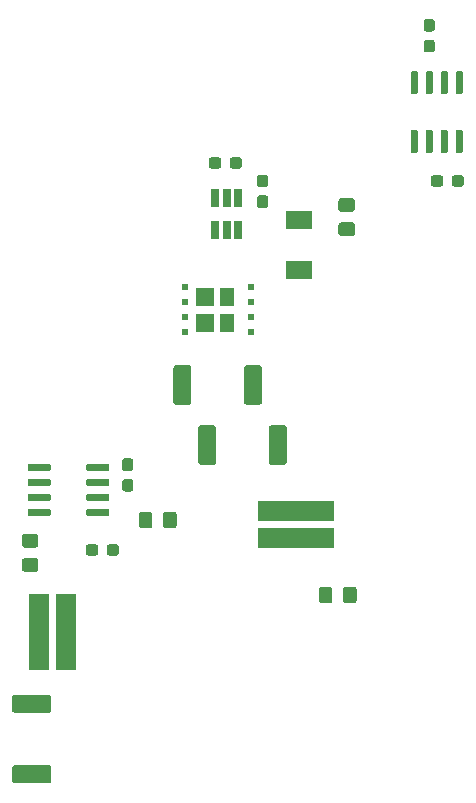
<source format=gbr>
G04 #@! TF.GenerationSoftware,KiCad,Pcbnew,5.1.5-52549c5~84~ubuntu18.04.1*
G04 #@! TF.CreationDate,2020-03-02T20:09:35-05:00*
G04 #@! TF.ProjectId,LV_Breakout,4c565f42-7265-4616-9b6f-75742e6b6963,rev?*
G04 #@! TF.SameCoordinates,Original*
G04 #@! TF.FileFunction,Paste,Top*
G04 #@! TF.FilePolarity,Positive*
%FSLAX46Y46*%
G04 Gerber Fmt 4.6, Leading zero omitted, Abs format (unit mm)*
G04 Created by KiCad (PCBNEW 5.1.5-52549c5~84~ubuntu18.04.1) date 2020-03-02 20:09:35*
%MOMM*%
%LPD*%
G04 APERTURE LIST*
%ADD10R,1.755600X6.500000*%
%ADD11R,6.500000X1.755600*%
%ADD12C,0.100000*%
%ADD13R,0.650000X1.560000*%
%ADD14R,1.235000X1.570000*%
%ADD15R,1.585000X1.570000*%
%ADD16R,0.490000X0.490000*%
%ADD17R,2.179320X1.620520*%
G04 APERTURE END LIST*
D10*
X172577801Y-79375000D03*
X170322199Y-79375000D03*
D11*
X192024000Y-71343602D03*
X192024000Y-69088000D03*
D12*
G36*
X203587779Y-27444144D02*
G01*
X203610834Y-27447563D01*
X203633443Y-27453227D01*
X203655387Y-27461079D01*
X203676457Y-27471044D01*
X203696448Y-27483026D01*
X203715168Y-27496910D01*
X203732438Y-27512562D01*
X203748090Y-27529832D01*
X203761974Y-27548552D01*
X203773956Y-27568543D01*
X203783921Y-27589613D01*
X203791773Y-27611557D01*
X203797437Y-27634166D01*
X203800856Y-27657221D01*
X203802000Y-27680500D01*
X203802000Y-28255500D01*
X203800856Y-28278779D01*
X203797437Y-28301834D01*
X203791773Y-28324443D01*
X203783921Y-28346387D01*
X203773956Y-28367457D01*
X203761974Y-28387448D01*
X203748090Y-28406168D01*
X203732438Y-28423438D01*
X203715168Y-28439090D01*
X203696448Y-28452974D01*
X203676457Y-28464956D01*
X203655387Y-28474921D01*
X203633443Y-28482773D01*
X203610834Y-28488437D01*
X203587779Y-28491856D01*
X203564500Y-28493000D01*
X203089500Y-28493000D01*
X203066221Y-28491856D01*
X203043166Y-28488437D01*
X203020557Y-28482773D01*
X202998613Y-28474921D01*
X202977543Y-28464956D01*
X202957552Y-28452974D01*
X202938832Y-28439090D01*
X202921562Y-28423438D01*
X202905910Y-28406168D01*
X202892026Y-28387448D01*
X202880044Y-28367457D01*
X202870079Y-28346387D01*
X202862227Y-28324443D01*
X202856563Y-28301834D01*
X202853144Y-28278779D01*
X202852000Y-28255500D01*
X202852000Y-27680500D01*
X202853144Y-27657221D01*
X202856563Y-27634166D01*
X202862227Y-27611557D01*
X202870079Y-27589613D01*
X202880044Y-27568543D01*
X202892026Y-27548552D01*
X202905910Y-27529832D01*
X202921562Y-27512562D01*
X202938832Y-27496910D01*
X202957552Y-27483026D01*
X202977543Y-27471044D01*
X202998613Y-27461079D01*
X203020557Y-27453227D01*
X203043166Y-27447563D01*
X203066221Y-27444144D01*
X203089500Y-27443000D01*
X203564500Y-27443000D01*
X203587779Y-27444144D01*
G37*
G36*
X203587779Y-29194144D02*
G01*
X203610834Y-29197563D01*
X203633443Y-29203227D01*
X203655387Y-29211079D01*
X203676457Y-29221044D01*
X203696448Y-29233026D01*
X203715168Y-29246910D01*
X203732438Y-29262562D01*
X203748090Y-29279832D01*
X203761974Y-29298552D01*
X203773956Y-29318543D01*
X203783921Y-29339613D01*
X203791773Y-29361557D01*
X203797437Y-29384166D01*
X203800856Y-29407221D01*
X203802000Y-29430500D01*
X203802000Y-30005500D01*
X203800856Y-30028779D01*
X203797437Y-30051834D01*
X203791773Y-30074443D01*
X203783921Y-30096387D01*
X203773956Y-30117457D01*
X203761974Y-30137448D01*
X203748090Y-30156168D01*
X203732438Y-30173438D01*
X203715168Y-30189090D01*
X203696448Y-30202974D01*
X203676457Y-30214956D01*
X203655387Y-30224921D01*
X203633443Y-30232773D01*
X203610834Y-30238437D01*
X203587779Y-30241856D01*
X203564500Y-30243000D01*
X203089500Y-30243000D01*
X203066221Y-30241856D01*
X203043166Y-30238437D01*
X203020557Y-30232773D01*
X202998613Y-30224921D01*
X202977543Y-30214956D01*
X202957552Y-30202974D01*
X202938832Y-30189090D01*
X202921562Y-30173438D01*
X202905910Y-30156168D01*
X202892026Y-30137448D01*
X202880044Y-30117457D01*
X202870079Y-30096387D01*
X202862227Y-30074443D01*
X202856563Y-30051834D01*
X202853144Y-30028779D01*
X202852000Y-30005500D01*
X202852000Y-29430500D01*
X202853144Y-29407221D01*
X202856563Y-29384166D01*
X202862227Y-29361557D01*
X202870079Y-29339613D01*
X202880044Y-29318543D01*
X202892026Y-29298552D01*
X202905910Y-29279832D01*
X202921562Y-29262562D01*
X202938832Y-29246910D01*
X202957552Y-29233026D01*
X202977543Y-29221044D01*
X202998613Y-29211079D01*
X203020557Y-29203227D01*
X203043166Y-29197563D01*
X203066221Y-29194144D01*
X203089500Y-29193000D01*
X203564500Y-29193000D01*
X203587779Y-29194144D01*
G37*
G36*
X175090779Y-71916144D02*
G01*
X175113834Y-71919563D01*
X175136443Y-71925227D01*
X175158387Y-71933079D01*
X175179457Y-71943044D01*
X175199448Y-71955026D01*
X175218168Y-71968910D01*
X175235438Y-71984562D01*
X175251090Y-72001832D01*
X175264974Y-72020552D01*
X175276956Y-72040543D01*
X175286921Y-72061613D01*
X175294773Y-72083557D01*
X175300437Y-72106166D01*
X175303856Y-72129221D01*
X175305000Y-72152500D01*
X175305000Y-72627500D01*
X175303856Y-72650779D01*
X175300437Y-72673834D01*
X175294773Y-72696443D01*
X175286921Y-72718387D01*
X175276956Y-72739457D01*
X175264974Y-72759448D01*
X175251090Y-72778168D01*
X175235438Y-72795438D01*
X175218168Y-72811090D01*
X175199448Y-72824974D01*
X175179457Y-72836956D01*
X175158387Y-72846921D01*
X175136443Y-72854773D01*
X175113834Y-72860437D01*
X175090779Y-72863856D01*
X175067500Y-72865000D01*
X174492500Y-72865000D01*
X174469221Y-72863856D01*
X174446166Y-72860437D01*
X174423557Y-72854773D01*
X174401613Y-72846921D01*
X174380543Y-72836956D01*
X174360552Y-72824974D01*
X174341832Y-72811090D01*
X174324562Y-72795438D01*
X174308910Y-72778168D01*
X174295026Y-72759448D01*
X174283044Y-72739457D01*
X174273079Y-72718387D01*
X174265227Y-72696443D01*
X174259563Y-72673834D01*
X174256144Y-72650779D01*
X174255000Y-72627500D01*
X174255000Y-72152500D01*
X174256144Y-72129221D01*
X174259563Y-72106166D01*
X174265227Y-72083557D01*
X174273079Y-72061613D01*
X174283044Y-72040543D01*
X174295026Y-72020552D01*
X174308910Y-72001832D01*
X174324562Y-71984562D01*
X174341832Y-71968910D01*
X174360552Y-71955026D01*
X174380543Y-71943044D01*
X174401613Y-71933079D01*
X174423557Y-71925227D01*
X174446166Y-71919563D01*
X174469221Y-71916144D01*
X174492500Y-71915000D01*
X175067500Y-71915000D01*
X175090779Y-71916144D01*
G37*
G36*
X176840779Y-71916144D02*
G01*
X176863834Y-71919563D01*
X176886443Y-71925227D01*
X176908387Y-71933079D01*
X176929457Y-71943044D01*
X176949448Y-71955026D01*
X176968168Y-71968910D01*
X176985438Y-71984562D01*
X177001090Y-72001832D01*
X177014974Y-72020552D01*
X177026956Y-72040543D01*
X177036921Y-72061613D01*
X177044773Y-72083557D01*
X177050437Y-72106166D01*
X177053856Y-72129221D01*
X177055000Y-72152500D01*
X177055000Y-72627500D01*
X177053856Y-72650779D01*
X177050437Y-72673834D01*
X177044773Y-72696443D01*
X177036921Y-72718387D01*
X177026956Y-72739457D01*
X177014974Y-72759448D01*
X177001090Y-72778168D01*
X176985438Y-72795438D01*
X176968168Y-72811090D01*
X176949448Y-72824974D01*
X176929457Y-72836956D01*
X176908387Y-72846921D01*
X176886443Y-72854773D01*
X176863834Y-72860437D01*
X176840779Y-72863856D01*
X176817500Y-72865000D01*
X176242500Y-72865000D01*
X176219221Y-72863856D01*
X176196166Y-72860437D01*
X176173557Y-72854773D01*
X176151613Y-72846921D01*
X176130543Y-72836956D01*
X176110552Y-72824974D01*
X176091832Y-72811090D01*
X176074562Y-72795438D01*
X176058910Y-72778168D01*
X176045026Y-72759448D01*
X176033044Y-72739457D01*
X176023079Y-72718387D01*
X176015227Y-72696443D01*
X176009563Y-72673834D01*
X176006144Y-72650779D01*
X176005000Y-72627500D01*
X176005000Y-72152500D01*
X176006144Y-72129221D01*
X176009563Y-72106166D01*
X176015227Y-72083557D01*
X176023079Y-72061613D01*
X176033044Y-72040543D01*
X176045026Y-72020552D01*
X176058910Y-72001832D01*
X176074562Y-71984562D01*
X176091832Y-71968910D01*
X176110552Y-71955026D01*
X176130543Y-71943044D01*
X176151613Y-71933079D01*
X176173557Y-71925227D01*
X176196166Y-71919563D01*
X176219221Y-71916144D01*
X176242500Y-71915000D01*
X176817500Y-71915000D01*
X176840779Y-71916144D01*
G37*
G36*
X176099703Y-65105722D02*
G01*
X176114264Y-65107882D01*
X176128543Y-65111459D01*
X176142403Y-65116418D01*
X176155710Y-65122712D01*
X176168336Y-65130280D01*
X176180159Y-65139048D01*
X176191066Y-65148934D01*
X176200952Y-65159841D01*
X176209720Y-65171664D01*
X176217288Y-65184290D01*
X176223582Y-65197597D01*
X176228541Y-65211457D01*
X176232118Y-65225736D01*
X176234278Y-65240297D01*
X176235000Y-65255000D01*
X176235000Y-65555000D01*
X176234278Y-65569703D01*
X176232118Y-65584264D01*
X176228541Y-65598543D01*
X176223582Y-65612403D01*
X176217288Y-65625710D01*
X176209720Y-65638336D01*
X176200952Y-65650159D01*
X176191066Y-65661066D01*
X176180159Y-65670952D01*
X176168336Y-65679720D01*
X176155710Y-65687288D01*
X176142403Y-65693582D01*
X176128543Y-65698541D01*
X176114264Y-65702118D01*
X176099703Y-65704278D01*
X176085000Y-65705000D01*
X174435000Y-65705000D01*
X174420297Y-65704278D01*
X174405736Y-65702118D01*
X174391457Y-65698541D01*
X174377597Y-65693582D01*
X174364290Y-65687288D01*
X174351664Y-65679720D01*
X174339841Y-65670952D01*
X174328934Y-65661066D01*
X174319048Y-65650159D01*
X174310280Y-65638336D01*
X174302712Y-65625710D01*
X174296418Y-65612403D01*
X174291459Y-65598543D01*
X174287882Y-65584264D01*
X174285722Y-65569703D01*
X174285000Y-65555000D01*
X174285000Y-65255000D01*
X174285722Y-65240297D01*
X174287882Y-65225736D01*
X174291459Y-65211457D01*
X174296418Y-65197597D01*
X174302712Y-65184290D01*
X174310280Y-65171664D01*
X174319048Y-65159841D01*
X174328934Y-65148934D01*
X174339841Y-65139048D01*
X174351664Y-65130280D01*
X174364290Y-65122712D01*
X174377597Y-65116418D01*
X174391457Y-65111459D01*
X174405736Y-65107882D01*
X174420297Y-65105722D01*
X174435000Y-65105000D01*
X176085000Y-65105000D01*
X176099703Y-65105722D01*
G37*
G36*
X176099703Y-66375722D02*
G01*
X176114264Y-66377882D01*
X176128543Y-66381459D01*
X176142403Y-66386418D01*
X176155710Y-66392712D01*
X176168336Y-66400280D01*
X176180159Y-66409048D01*
X176191066Y-66418934D01*
X176200952Y-66429841D01*
X176209720Y-66441664D01*
X176217288Y-66454290D01*
X176223582Y-66467597D01*
X176228541Y-66481457D01*
X176232118Y-66495736D01*
X176234278Y-66510297D01*
X176235000Y-66525000D01*
X176235000Y-66825000D01*
X176234278Y-66839703D01*
X176232118Y-66854264D01*
X176228541Y-66868543D01*
X176223582Y-66882403D01*
X176217288Y-66895710D01*
X176209720Y-66908336D01*
X176200952Y-66920159D01*
X176191066Y-66931066D01*
X176180159Y-66940952D01*
X176168336Y-66949720D01*
X176155710Y-66957288D01*
X176142403Y-66963582D01*
X176128543Y-66968541D01*
X176114264Y-66972118D01*
X176099703Y-66974278D01*
X176085000Y-66975000D01*
X174435000Y-66975000D01*
X174420297Y-66974278D01*
X174405736Y-66972118D01*
X174391457Y-66968541D01*
X174377597Y-66963582D01*
X174364290Y-66957288D01*
X174351664Y-66949720D01*
X174339841Y-66940952D01*
X174328934Y-66931066D01*
X174319048Y-66920159D01*
X174310280Y-66908336D01*
X174302712Y-66895710D01*
X174296418Y-66882403D01*
X174291459Y-66868543D01*
X174287882Y-66854264D01*
X174285722Y-66839703D01*
X174285000Y-66825000D01*
X174285000Y-66525000D01*
X174285722Y-66510297D01*
X174287882Y-66495736D01*
X174291459Y-66481457D01*
X174296418Y-66467597D01*
X174302712Y-66454290D01*
X174310280Y-66441664D01*
X174319048Y-66429841D01*
X174328934Y-66418934D01*
X174339841Y-66409048D01*
X174351664Y-66400280D01*
X174364290Y-66392712D01*
X174377597Y-66386418D01*
X174391457Y-66381459D01*
X174405736Y-66377882D01*
X174420297Y-66375722D01*
X174435000Y-66375000D01*
X176085000Y-66375000D01*
X176099703Y-66375722D01*
G37*
G36*
X176099703Y-67645722D02*
G01*
X176114264Y-67647882D01*
X176128543Y-67651459D01*
X176142403Y-67656418D01*
X176155710Y-67662712D01*
X176168336Y-67670280D01*
X176180159Y-67679048D01*
X176191066Y-67688934D01*
X176200952Y-67699841D01*
X176209720Y-67711664D01*
X176217288Y-67724290D01*
X176223582Y-67737597D01*
X176228541Y-67751457D01*
X176232118Y-67765736D01*
X176234278Y-67780297D01*
X176235000Y-67795000D01*
X176235000Y-68095000D01*
X176234278Y-68109703D01*
X176232118Y-68124264D01*
X176228541Y-68138543D01*
X176223582Y-68152403D01*
X176217288Y-68165710D01*
X176209720Y-68178336D01*
X176200952Y-68190159D01*
X176191066Y-68201066D01*
X176180159Y-68210952D01*
X176168336Y-68219720D01*
X176155710Y-68227288D01*
X176142403Y-68233582D01*
X176128543Y-68238541D01*
X176114264Y-68242118D01*
X176099703Y-68244278D01*
X176085000Y-68245000D01*
X174435000Y-68245000D01*
X174420297Y-68244278D01*
X174405736Y-68242118D01*
X174391457Y-68238541D01*
X174377597Y-68233582D01*
X174364290Y-68227288D01*
X174351664Y-68219720D01*
X174339841Y-68210952D01*
X174328934Y-68201066D01*
X174319048Y-68190159D01*
X174310280Y-68178336D01*
X174302712Y-68165710D01*
X174296418Y-68152403D01*
X174291459Y-68138543D01*
X174287882Y-68124264D01*
X174285722Y-68109703D01*
X174285000Y-68095000D01*
X174285000Y-67795000D01*
X174285722Y-67780297D01*
X174287882Y-67765736D01*
X174291459Y-67751457D01*
X174296418Y-67737597D01*
X174302712Y-67724290D01*
X174310280Y-67711664D01*
X174319048Y-67699841D01*
X174328934Y-67688934D01*
X174339841Y-67679048D01*
X174351664Y-67670280D01*
X174364290Y-67662712D01*
X174377597Y-67656418D01*
X174391457Y-67651459D01*
X174405736Y-67647882D01*
X174420297Y-67645722D01*
X174435000Y-67645000D01*
X176085000Y-67645000D01*
X176099703Y-67645722D01*
G37*
G36*
X176099703Y-68915722D02*
G01*
X176114264Y-68917882D01*
X176128543Y-68921459D01*
X176142403Y-68926418D01*
X176155710Y-68932712D01*
X176168336Y-68940280D01*
X176180159Y-68949048D01*
X176191066Y-68958934D01*
X176200952Y-68969841D01*
X176209720Y-68981664D01*
X176217288Y-68994290D01*
X176223582Y-69007597D01*
X176228541Y-69021457D01*
X176232118Y-69035736D01*
X176234278Y-69050297D01*
X176235000Y-69065000D01*
X176235000Y-69365000D01*
X176234278Y-69379703D01*
X176232118Y-69394264D01*
X176228541Y-69408543D01*
X176223582Y-69422403D01*
X176217288Y-69435710D01*
X176209720Y-69448336D01*
X176200952Y-69460159D01*
X176191066Y-69471066D01*
X176180159Y-69480952D01*
X176168336Y-69489720D01*
X176155710Y-69497288D01*
X176142403Y-69503582D01*
X176128543Y-69508541D01*
X176114264Y-69512118D01*
X176099703Y-69514278D01*
X176085000Y-69515000D01*
X174435000Y-69515000D01*
X174420297Y-69514278D01*
X174405736Y-69512118D01*
X174391457Y-69508541D01*
X174377597Y-69503582D01*
X174364290Y-69497288D01*
X174351664Y-69489720D01*
X174339841Y-69480952D01*
X174328934Y-69471066D01*
X174319048Y-69460159D01*
X174310280Y-69448336D01*
X174302712Y-69435710D01*
X174296418Y-69422403D01*
X174291459Y-69408543D01*
X174287882Y-69394264D01*
X174285722Y-69379703D01*
X174285000Y-69365000D01*
X174285000Y-69065000D01*
X174285722Y-69050297D01*
X174287882Y-69035736D01*
X174291459Y-69021457D01*
X174296418Y-69007597D01*
X174302712Y-68994290D01*
X174310280Y-68981664D01*
X174319048Y-68969841D01*
X174328934Y-68958934D01*
X174339841Y-68949048D01*
X174351664Y-68940280D01*
X174364290Y-68932712D01*
X174377597Y-68926418D01*
X174391457Y-68921459D01*
X174405736Y-68917882D01*
X174420297Y-68915722D01*
X174435000Y-68915000D01*
X176085000Y-68915000D01*
X176099703Y-68915722D01*
G37*
G36*
X171149703Y-68915722D02*
G01*
X171164264Y-68917882D01*
X171178543Y-68921459D01*
X171192403Y-68926418D01*
X171205710Y-68932712D01*
X171218336Y-68940280D01*
X171230159Y-68949048D01*
X171241066Y-68958934D01*
X171250952Y-68969841D01*
X171259720Y-68981664D01*
X171267288Y-68994290D01*
X171273582Y-69007597D01*
X171278541Y-69021457D01*
X171282118Y-69035736D01*
X171284278Y-69050297D01*
X171285000Y-69065000D01*
X171285000Y-69365000D01*
X171284278Y-69379703D01*
X171282118Y-69394264D01*
X171278541Y-69408543D01*
X171273582Y-69422403D01*
X171267288Y-69435710D01*
X171259720Y-69448336D01*
X171250952Y-69460159D01*
X171241066Y-69471066D01*
X171230159Y-69480952D01*
X171218336Y-69489720D01*
X171205710Y-69497288D01*
X171192403Y-69503582D01*
X171178543Y-69508541D01*
X171164264Y-69512118D01*
X171149703Y-69514278D01*
X171135000Y-69515000D01*
X169485000Y-69515000D01*
X169470297Y-69514278D01*
X169455736Y-69512118D01*
X169441457Y-69508541D01*
X169427597Y-69503582D01*
X169414290Y-69497288D01*
X169401664Y-69489720D01*
X169389841Y-69480952D01*
X169378934Y-69471066D01*
X169369048Y-69460159D01*
X169360280Y-69448336D01*
X169352712Y-69435710D01*
X169346418Y-69422403D01*
X169341459Y-69408543D01*
X169337882Y-69394264D01*
X169335722Y-69379703D01*
X169335000Y-69365000D01*
X169335000Y-69065000D01*
X169335722Y-69050297D01*
X169337882Y-69035736D01*
X169341459Y-69021457D01*
X169346418Y-69007597D01*
X169352712Y-68994290D01*
X169360280Y-68981664D01*
X169369048Y-68969841D01*
X169378934Y-68958934D01*
X169389841Y-68949048D01*
X169401664Y-68940280D01*
X169414290Y-68932712D01*
X169427597Y-68926418D01*
X169441457Y-68921459D01*
X169455736Y-68917882D01*
X169470297Y-68915722D01*
X169485000Y-68915000D01*
X171135000Y-68915000D01*
X171149703Y-68915722D01*
G37*
G36*
X171149703Y-67645722D02*
G01*
X171164264Y-67647882D01*
X171178543Y-67651459D01*
X171192403Y-67656418D01*
X171205710Y-67662712D01*
X171218336Y-67670280D01*
X171230159Y-67679048D01*
X171241066Y-67688934D01*
X171250952Y-67699841D01*
X171259720Y-67711664D01*
X171267288Y-67724290D01*
X171273582Y-67737597D01*
X171278541Y-67751457D01*
X171282118Y-67765736D01*
X171284278Y-67780297D01*
X171285000Y-67795000D01*
X171285000Y-68095000D01*
X171284278Y-68109703D01*
X171282118Y-68124264D01*
X171278541Y-68138543D01*
X171273582Y-68152403D01*
X171267288Y-68165710D01*
X171259720Y-68178336D01*
X171250952Y-68190159D01*
X171241066Y-68201066D01*
X171230159Y-68210952D01*
X171218336Y-68219720D01*
X171205710Y-68227288D01*
X171192403Y-68233582D01*
X171178543Y-68238541D01*
X171164264Y-68242118D01*
X171149703Y-68244278D01*
X171135000Y-68245000D01*
X169485000Y-68245000D01*
X169470297Y-68244278D01*
X169455736Y-68242118D01*
X169441457Y-68238541D01*
X169427597Y-68233582D01*
X169414290Y-68227288D01*
X169401664Y-68219720D01*
X169389841Y-68210952D01*
X169378934Y-68201066D01*
X169369048Y-68190159D01*
X169360280Y-68178336D01*
X169352712Y-68165710D01*
X169346418Y-68152403D01*
X169341459Y-68138543D01*
X169337882Y-68124264D01*
X169335722Y-68109703D01*
X169335000Y-68095000D01*
X169335000Y-67795000D01*
X169335722Y-67780297D01*
X169337882Y-67765736D01*
X169341459Y-67751457D01*
X169346418Y-67737597D01*
X169352712Y-67724290D01*
X169360280Y-67711664D01*
X169369048Y-67699841D01*
X169378934Y-67688934D01*
X169389841Y-67679048D01*
X169401664Y-67670280D01*
X169414290Y-67662712D01*
X169427597Y-67656418D01*
X169441457Y-67651459D01*
X169455736Y-67647882D01*
X169470297Y-67645722D01*
X169485000Y-67645000D01*
X171135000Y-67645000D01*
X171149703Y-67645722D01*
G37*
G36*
X171149703Y-66375722D02*
G01*
X171164264Y-66377882D01*
X171178543Y-66381459D01*
X171192403Y-66386418D01*
X171205710Y-66392712D01*
X171218336Y-66400280D01*
X171230159Y-66409048D01*
X171241066Y-66418934D01*
X171250952Y-66429841D01*
X171259720Y-66441664D01*
X171267288Y-66454290D01*
X171273582Y-66467597D01*
X171278541Y-66481457D01*
X171282118Y-66495736D01*
X171284278Y-66510297D01*
X171285000Y-66525000D01*
X171285000Y-66825000D01*
X171284278Y-66839703D01*
X171282118Y-66854264D01*
X171278541Y-66868543D01*
X171273582Y-66882403D01*
X171267288Y-66895710D01*
X171259720Y-66908336D01*
X171250952Y-66920159D01*
X171241066Y-66931066D01*
X171230159Y-66940952D01*
X171218336Y-66949720D01*
X171205710Y-66957288D01*
X171192403Y-66963582D01*
X171178543Y-66968541D01*
X171164264Y-66972118D01*
X171149703Y-66974278D01*
X171135000Y-66975000D01*
X169485000Y-66975000D01*
X169470297Y-66974278D01*
X169455736Y-66972118D01*
X169441457Y-66968541D01*
X169427597Y-66963582D01*
X169414290Y-66957288D01*
X169401664Y-66949720D01*
X169389841Y-66940952D01*
X169378934Y-66931066D01*
X169369048Y-66920159D01*
X169360280Y-66908336D01*
X169352712Y-66895710D01*
X169346418Y-66882403D01*
X169341459Y-66868543D01*
X169337882Y-66854264D01*
X169335722Y-66839703D01*
X169335000Y-66825000D01*
X169335000Y-66525000D01*
X169335722Y-66510297D01*
X169337882Y-66495736D01*
X169341459Y-66481457D01*
X169346418Y-66467597D01*
X169352712Y-66454290D01*
X169360280Y-66441664D01*
X169369048Y-66429841D01*
X169378934Y-66418934D01*
X169389841Y-66409048D01*
X169401664Y-66400280D01*
X169414290Y-66392712D01*
X169427597Y-66386418D01*
X169441457Y-66381459D01*
X169455736Y-66377882D01*
X169470297Y-66375722D01*
X169485000Y-66375000D01*
X171135000Y-66375000D01*
X171149703Y-66375722D01*
G37*
G36*
X171149703Y-65105722D02*
G01*
X171164264Y-65107882D01*
X171178543Y-65111459D01*
X171192403Y-65116418D01*
X171205710Y-65122712D01*
X171218336Y-65130280D01*
X171230159Y-65139048D01*
X171241066Y-65148934D01*
X171250952Y-65159841D01*
X171259720Y-65171664D01*
X171267288Y-65184290D01*
X171273582Y-65197597D01*
X171278541Y-65211457D01*
X171282118Y-65225736D01*
X171284278Y-65240297D01*
X171285000Y-65255000D01*
X171285000Y-65555000D01*
X171284278Y-65569703D01*
X171282118Y-65584264D01*
X171278541Y-65598543D01*
X171273582Y-65612403D01*
X171267288Y-65625710D01*
X171259720Y-65638336D01*
X171250952Y-65650159D01*
X171241066Y-65661066D01*
X171230159Y-65670952D01*
X171218336Y-65679720D01*
X171205710Y-65687288D01*
X171192403Y-65693582D01*
X171178543Y-65698541D01*
X171164264Y-65702118D01*
X171149703Y-65704278D01*
X171135000Y-65705000D01*
X169485000Y-65705000D01*
X169470297Y-65704278D01*
X169455736Y-65702118D01*
X169441457Y-65698541D01*
X169427597Y-65693582D01*
X169414290Y-65687288D01*
X169401664Y-65679720D01*
X169389841Y-65670952D01*
X169378934Y-65661066D01*
X169369048Y-65650159D01*
X169360280Y-65638336D01*
X169352712Y-65625710D01*
X169346418Y-65612403D01*
X169341459Y-65598543D01*
X169337882Y-65584264D01*
X169335722Y-65569703D01*
X169335000Y-65555000D01*
X169335000Y-65255000D01*
X169335722Y-65240297D01*
X169337882Y-65225736D01*
X169341459Y-65211457D01*
X169346418Y-65197597D01*
X169352712Y-65184290D01*
X169360280Y-65171664D01*
X169369048Y-65159841D01*
X169378934Y-65148934D01*
X169389841Y-65139048D01*
X169401664Y-65130280D01*
X169414290Y-65122712D01*
X169427597Y-65116418D01*
X169441457Y-65111459D01*
X169455736Y-65107882D01*
X169470297Y-65105722D01*
X169485000Y-65105000D01*
X171135000Y-65105000D01*
X171149703Y-65105722D01*
G37*
G36*
X206031703Y-36806722D02*
G01*
X206046264Y-36808882D01*
X206060543Y-36812459D01*
X206074403Y-36817418D01*
X206087710Y-36823712D01*
X206100336Y-36831280D01*
X206112159Y-36840048D01*
X206123066Y-36849934D01*
X206132952Y-36860841D01*
X206141720Y-36872664D01*
X206149288Y-36885290D01*
X206155582Y-36898597D01*
X206160541Y-36912457D01*
X206164118Y-36926736D01*
X206166278Y-36941297D01*
X206167000Y-36956000D01*
X206167000Y-38606000D01*
X206166278Y-38620703D01*
X206164118Y-38635264D01*
X206160541Y-38649543D01*
X206155582Y-38663403D01*
X206149288Y-38676710D01*
X206141720Y-38689336D01*
X206132952Y-38701159D01*
X206123066Y-38712066D01*
X206112159Y-38721952D01*
X206100336Y-38730720D01*
X206087710Y-38738288D01*
X206074403Y-38744582D01*
X206060543Y-38749541D01*
X206046264Y-38753118D01*
X206031703Y-38755278D01*
X206017000Y-38756000D01*
X205717000Y-38756000D01*
X205702297Y-38755278D01*
X205687736Y-38753118D01*
X205673457Y-38749541D01*
X205659597Y-38744582D01*
X205646290Y-38738288D01*
X205633664Y-38730720D01*
X205621841Y-38721952D01*
X205610934Y-38712066D01*
X205601048Y-38701159D01*
X205592280Y-38689336D01*
X205584712Y-38676710D01*
X205578418Y-38663403D01*
X205573459Y-38649543D01*
X205569882Y-38635264D01*
X205567722Y-38620703D01*
X205567000Y-38606000D01*
X205567000Y-36956000D01*
X205567722Y-36941297D01*
X205569882Y-36926736D01*
X205573459Y-36912457D01*
X205578418Y-36898597D01*
X205584712Y-36885290D01*
X205592280Y-36872664D01*
X205601048Y-36860841D01*
X205610934Y-36849934D01*
X205621841Y-36840048D01*
X205633664Y-36831280D01*
X205646290Y-36823712D01*
X205659597Y-36817418D01*
X205673457Y-36812459D01*
X205687736Y-36808882D01*
X205702297Y-36806722D01*
X205717000Y-36806000D01*
X206017000Y-36806000D01*
X206031703Y-36806722D01*
G37*
G36*
X204761703Y-36806722D02*
G01*
X204776264Y-36808882D01*
X204790543Y-36812459D01*
X204804403Y-36817418D01*
X204817710Y-36823712D01*
X204830336Y-36831280D01*
X204842159Y-36840048D01*
X204853066Y-36849934D01*
X204862952Y-36860841D01*
X204871720Y-36872664D01*
X204879288Y-36885290D01*
X204885582Y-36898597D01*
X204890541Y-36912457D01*
X204894118Y-36926736D01*
X204896278Y-36941297D01*
X204897000Y-36956000D01*
X204897000Y-38606000D01*
X204896278Y-38620703D01*
X204894118Y-38635264D01*
X204890541Y-38649543D01*
X204885582Y-38663403D01*
X204879288Y-38676710D01*
X204871720Y-38689336D01*
X204862952Y-38701159D01*
X204853066Y-38712066D01*
X204842159Y-38721952D01*
X204830336Y-38730720D01*
X204817710Y-38738288D01*
X204804403Y-38744582D01*
X204790543Y-38749541D01*
X204776264Y-38753118D01*
X204761703Y-38755278D01*
X204747000Y-38756000D01*
X204447000Y-38756000D01*
X204432297Y-38755278D01*
X204417736Y-38753118D01*
X204403457Y-38749541D01*
X204389597Y-38744582D01*
X204376290Y-38738288D01*
X204363664Y-38730720D01*
X204351841Y-38721952D01*
X204340934Y-38712066D01*
X204331048Y-38701159D01*
X204322280Y-38689336D01*
X204314712Y-38676710D01*
X204308418Y-38663403D01*
X204303459Y-38649543D01*
X204299882Y-38635264D01*
X204297722Y-38620703D01*
X204297000Y-38606000D01*
X204297000Y-36956000D01*
X204297722Y-36941297D01*
X204299882Y-36926736D01*
X204303459Y-36912457D01*
X204308418Y-36898597D01*
X204314712Y-36885290D01*
X204322280Y-36872664D01*
X204331048Y-36860841D01*
X204340934Y-36849934D01*
X204351841Y-36840048D01*
X204363664Y-36831280D01*
X204376290Y-36823712D01*
X204389597Y-36817418D01*
X204403457Y-36812459D01*
X204417736Y-36808882D01*
X204432297Y-36806722D01*
X204447000Y-36806000D01*
X204747000Y-36806000D01*
X204761703Y-36806722D01*
G37*
G36*
X203491703Y-36806722D02*
G01*
X203506264Y-36808882D01*
X203520543Y-36812459D01*
X203534403Y-36817418D01*
X203547710Y-36823712D01*
X203560336Y-36831280D01*
X203572159Y-36840048D01*
X203583066Y-36849934D01*
X203592952Y-36860841D01*
X203601720Y-36872664D01*
X203609288Y-36885290D01*
X203615582Y-36898597D01*
X203620541Y-36912457D01*
X203624118Y-36926736D01*
X203626278Y-36941297D01*
X203627000Y-36956000D01*
X203627000Y-38606000D01*
X203626278Y-38620703D01*
X203624118Y-38635264D01*
X203620541Y-38649543D01*
X203615582Y-38663403D01*
X203609288Y-38676710D01*
X203601720Y-38689336D01*
X203592952Y-38701159D01*
X203583066Y-38712066D01*
X203572159Y-38721952D01*
X203560336Y-38730720D01*
X203547710Y-38738288D01*
X203534403Y-38744582D01*
X203520543Y-38749541D01*
X203506264Y-38753118D01*
X203491703Y-38755278D01*
X203477000Y-38756000D01*
X203177000Y-38756000D01*
X203162297Y-38755278D01*
X203147736Y-38753118D01*
X203133457Y-38749541D01*
X203119597Y-38744582D01*
X203106290Y-38738288D01*
X203093664Y-38730720D01*
X203081841Y-38721952D01*
X203070934Y-38712066D01*
X203061048Y-38701159D01*
X203052280Y-38689336D01*
X203044712Y-38676710D01*
X203038418Y-38663403D01*
X203033459Y-38649543D01*
X203029882Y-38635264D01*
X203027722Y-38620703D01*
X203027000Y-38606000D01*
X203027000Y-36956000D01*
X203027722Y-36941297D01*
X203029882Y-36926736D01*
X203033459Y-36912457D01*
X203038418Y-36898597D01*
X203044712Y-36885290D01*
X203052280Y-36872664D01*
X203061048Y-36860841D01*
X203070934Y-36849934D01*
X203081841Y-36840048D01*
X203093664Y-36831280D01*
X203106290Y-36823712D01*
X203119597Y-36817418D01*
X203133457Y-36812459D01*
X203147736Y-36808882D01*
X203162297Y-36806722D01*
X203177000Y-36806000D01*
X203477000Y-36806000D01*
X203491703Y-36806722D01*
G37*
G36*
X202221703Y-36806722D02*
G01*
X202236264Y-36808882D01*
X202250543Y-36812459D01*
X202264403Y-36817418D01*
X202277710Y-36823712D01*
X202290336Y-36831280D01*
X202302159Y-36840048D01*
X202313066Y-36849934D01*
X202322952Y-36860841D01*
X202331720Y-36872664D01*
X202339288Y-36885290D01*
X202345582Y-36898597D01*
X202350541Y-36912457D01*
X202354118Y-36926736D01*
X202356278Y-36941297D01*
X202357000Y-36956000D01*
X202357000Y-38606000D01*
X202356278Y-38620703D01*
X202354118Y-38635264D01*
X202350541Y-38649543D01*
X202345582Y-38663403D01*
X202339288Y-38676710D01*
X202331720Y-38689336D01*
X202322952Y-38701159D01*
X202313066Y-38712066D01*
X202302159Y-38721952D01*
X202290336Y-38730720D01*
X202277710Y-38738288D01*
X202264403Y-38744582D01*
X202250543Y-38749541D01*
X202236264Y-38753118D01*
X202221703Y-38755278D01*
X202207000Y-38756000D01*
X201907000Y-38756000D01*
X201892297Y-38755278D01*
X201877736Y-38753118D01*
X201863457Y-38749541D01*
X201849597Y-38744582D01*
X201836290Y-38738288D01*
X201823664Y-38730720D01*
X201811841Y-38721952D01*
X201800934Y-38712066D01*
X201791048Y-38701159D01*
X201782280Y-38689336D01*
X201774712Y-38676710D01*
X201768418Y-38663403D01*
X201763459Y-38649543D01*
X201759882Y-38635264D01*
X201757722Y-38620703D01*
X201757000Y-38606000D01*
X201757000Y-36956000D01*
X201757722Y-36941297D01*
X201759882Y-36926736D01*
X201763459Y-36912457D01*
X201768418Y-36898597D01*
X201774712Y-36885290D01*
X201782280Y-36872664D01*
X201791048Y-36860841D01*
X201800934Y-36849934D01*
X201811841Y-36840048D01*
X201823664Y-36831280D01*
X201836290Y-36823712D01*
X201849597Y-36817418D01*
X201863457Y-36812459D01*
X201877736Y-36808882D01*
X201892297Y-36806722D01*
X201907000Y-36806000D01*
X202207000Y-36806000D01*
X202221703Y-36806722D01*
G37*
G36*
X202221703Y-31856722D02*
G01*
X202236264Y-31858882D01*
X202250543Y-31862459D01*
X202264403Y-31867418D01*
X202277710Y-31873712D01*
X202290336Y-31881280D01*
X202302159Y-31890048D01*
X202313066Y-31899934D01*
X202322952Y-31910841D01*
X202331720Y-31922664D01*
X202339288Y-31935290D01*
X202345582Y-31948597D01*
X202350541Y-31962457D01*
X202354118Y-31976736D01*
X202356278Y-31991297D01*
X202357000Y-32006000D01*
X202357000Y-33656000D01*
X202356278Y-33670703D01*
X202354118Y-33685264D01*
X202350541Y-33699543D01*
X202345582Y-33713403D01*
X202339288Y-33726710D01*
X202331720Y-33739336D01*
X202322952Y-33751159D01*
X202313066Y-33762066D01*
X202302159Y-33771952D01*
X202290336Y-33780720D01*
X202277710Y-33788288D01*
X202264403Y-33794582D01*
X202250543Y-33799541D01*
X202236264Y-33803118D01*
X202221703Y-33805278D01*
X202207000Y-33806000D01*
X201907000Y-33806000D01*
X201892297Y-33805278D01*
X201877736Y-33803118D01*
X201863457Y-33799541D01*
X201849597Y-33794582D01*
X201836290Y-33788288D01*
X201823664Y-33780720D01*
X201811841Y-33771952D01*
X201800934Y-33762066D01*
X201791048Y-33751159D01*
X201782280Y-33739336D01*
X201774712Y-33726710D01*
X201768418Y-33713403D01*
X201763459Y-33699543D01*
X201759882Y-33685264D01*
X201757722Y-33670703D01*
X201757000Y-33656000D01*
X201757000Y-32006000D01*
X201757722Y-31991297D01*
X201759882Y-31976736D01*
X201763459Y-31962457D01*
X201768418Y-31948597D01*
X201774712Y-31935290D01*
X201782280Y-31922664D01*
X201791048Y-31910841D01*
X201800934Y-31899934D01*
X201811841Y-31890048D01*
X201823664Y-31881280D01*
X201836290Y-31873712D01*
X201849597Y-31867418D01*
X201863457Y-31862459D01*
X201877736Y-31858882D01*
X201892297Y-31856722D01*
X201907000Y-31856000D01*
X202207000Y-31856000D01*
X202221703Y-31856722D01*
G37*
G36*
X203491703Y-31856722D02*
G01*
X203506264Y-31858882D01*
X203520543Y-31862459D01*
X203534403Y-31867418D01*
X203547710Y-31873712D01*
X203560336Y-31881280D01*
X203572159Y-31890048D01*
X203583066Y-31899934D01*
X203592952Y-31910841D01*
X203601720Y-31922664D01*
X203609288Y-31935290D01*
X203615582Y-31948597D01*
X203620541Y-31962457D01*
X203624118Y-31976736D01*
X203626278Y-31991297D01*
X203627000Y-32006000D01*
X203627000Y-33656000D01*
X203626278Y-33670703D01*
X203624118Y-33685264D01*
X203620541Y-33699543D01*
X203615582Y-33713403D01*
X203609288Y-33726710D01*
X203601720Y-33739336D01*
X203592952Y-33751159D01*
X203583066Y-33762066D01*
X203572159Y-33771952D01*
X203560336Y-33780720D01*
X203547710Y-33788288D01*
X203534403Y-33794582D01*
X203520543Y-33799541D01*
X203506264Y-33803118D01*
X203491703Y-33805278D01*
X203477000Y-33806000D01*
X203177000Y-33806000D01*
X203162297Y-33805278D01*
X203147736Y-33803118D01*
X203133457Y-33799541D01*
X203119597Y-33794582D01*
X203106290Y-33788288D01*
X203093664Y-33780720D01*
X203081841Y-33771952D01*
X203070934Y-33762066D01*
X203061048Y-33751159D01*
X203052280Y-33739336D01*
X203044712Y-33726710D01*
X203038418Y-33713403D01*
X203033459Y-33699543D01*
X203029882Y-33685264D01*
X203027722Y-33670703D01*
X203027000Y-33656000D01*
X203027000Y-32006000D01*
X203027722Y-31991297D01*
X203029882Y-31976736D01*
X203033459Y-31962457D01*
X203038418Y-31948597D01*
X203044712Y-31935290D01*
X203052280Y-31922664D01*
X203061048Y-31910841D01*
X203070934Y-31899934D01*
X203081841Y-31890048D01*
X203093664Y-31881280D01*
X203106290Y-31873712D01*
X203119597Y-31867418D01*
X203133457Y-31862459D01*
X203147736Y-31858882D01*
X203162297Y-31856722D01*
X203177000Y-31856000D01*
X203477000Y-31856000D01*
X203491703Y-31856722D01*
G37*
G36*
X204761703Y-31856722D02*
G01*
X204776264Y-31858882D01*
X204790543Y-31862459D01*
X204804403Y-31867418D01*
X204817710Y-31873712D01*
X204830336Y-31881280D01*
X204842159Y-31890048D01*
X204853066Y-31899934D01*
X204862952Y-31910841D01*
X204871720Y-31922664D01*
X204879288Y-31935290D01*
X204885582Y-31948597D01*
X204890541Y-31962457D01*
X204894118Y-31976736D01*
X204896278Y-31991297D01*
X204897000Y-32006000D01*
X204897000Y-33656000D01*
X204896278Y-33670703D01*
X204894118Y-33685264D01*
X204890541Y-33699543D01*
X204885582Y-33713403D01*
X204879288Y-33726710D01*
X204871720Y-33739336D01*
X204862952Y-33751159D01*
X204853066Y-33762066D01*
X204842159Y-33771952D01*
X204830336Y-33780720D01*
X204817710Y-33788288D01*
X204804403Y-33794582D01*
X204790543Y-33799541D01*
X204776264Y-33803118D01*
X204761703Y-33805278D01*
X204747000Y-33806000D01*
X204447000Y-33806000D01*
X204432297Y-33805278D01*
X204417736Y-33803118D01*
X204403457Y-33799541D01*
X204389597Y-33794582D01*
X204376290Y-33788288D01*
X204363664Y-33780720D01*
X204351841Y-33771952D01*
X204340934Y-33762066D01*
X204331048Y-33751159D01*
X204322280Y-33739336D01*
X204314712Y-33726710D01*
X204308418Y-33713403D01*
X204303459Y-33699543D01*
X204299882Y-33685264D01*
X204297722Y-33670703D01*
X204297000Y-33656000D01*
X204297000Y-32006000D01*
X204297722Y-31991297D01*
X204299882Y-31976736D01*
X204303459Y-31962457D01*
X204308418Y-31948597D01*
X204314712Y-31935290D01*
X204322280Y-31922664D01*
X204331048Y-31910841D01*
X204340934Y-31899934D01*
X204351841Y-31890048D01*
X204363664Y-31881280D01*
X204376290Y-31873712D01*
X204389597Y-31867418D01*
X204403457Y-31862459D01*
X204417736Y-31858882D01*
X204432297Y-31856722D01*
X204447000Y-31856000D01*
X204747000Y-31856000D01*
X204761703Y-31856722D01*
G37*
G36*
X206031703Y-31856722D02*
G01*
X206046264Y-31858882D01*
X206060543Y-31862459D01*
X206074403Y-31867418D01*
X206087710Y-31873712D01*
X206100336Y-31881280D01*
X206112159Y-31890048D01*
X206123066Y-31899934D01*
X206132952Y-31910841D01*
X206141720Y-31922664D01*
X206149288Y-31935290D01*
X206155582Y-31948597D01*
X206160541Y-31962457D01*
X206164118Y-31976736D01*
X206166278Y-31991297D01*
X206167000Y-32006000D01*
X206167000Y-33656000D01*
X206166278Y-33670703D01*
X206164118Y-33685264D01*
X206160541Y-33699543D01*
X206155582Y-33713403D01*
X206149288Y-33726710D01*
X206141720Y-33739336D01*
X206132952Y-33751159D01*
X206123066Y-33762066D01*
X206112159Y-33771952D01*
X206100336Y-33780720D01*
X206087710Y-33788288D01*
X206074403Y-33794582D01*
X206060543Y-33799541D01*
X206046264Y-33803118D01*
X206031703Y-33805278D01*
X206017000Y-33806000D01*
X205717000Y-33806000D01*
X205702297Y-33805278D01*
X205687736Y-33803118D01*
X205673457Y-33799541D01*
X205659597Y-33794582D01*
X205646290Y-33788288D01*
X205633664Y-33780720D01*
X205621841Y-33771952D01*
X205610934Y-33762066D01*
X205601048Y-33751159D01*
X205592280Y-33739336D01*
X205584712Y-33726710D01*
X205578418Y-33713403D01*
X205573459Y-33699543D01*
X205569882Y-33685264D01*
X205567722Y-33670703D01*
X205567000Y-33656000D01*
X205567000Y-32006000D01*
X205567722Y-31991297D01*
X205569882Y-31976736D01*
X205573459Y-31962457D01*
X205578418Y-31948597D01*
X205584712Y-31935290D01*
X205592280Y-31922664D01*
X205601048Y-31910841D01*
X205610934Y-31899934D01*
X205621841Y-31890048D01*
X205633664Y-31881280D01*
X205646290Y-31873712D01*
X205659597Y-31867418D01*
X205673457Y-31862459D01*
X205687736Y-31858882D01*
X205702297Y-31856722D01*
X205717000Y-31856000D01*
X206017000Y-31856000D01*
X206031703Y-31856722D01*
G37*
D13*
X186182000Y-45292000D03*
X187132000Y-45292000D03*
X185232000Y-45292000D03*
X185232000Y-42592000D03*
X186182000Y-42592000D03*
X187132000Y-42592000D03*
D12*
G36*
X170019505Y-73086204D02*
G01*
X170043773Y-73089804D01*
X170067572Y-73095765D01*
X170090671Y-73104030D01*
X170112850Y-73114520D01*
X170133893Y-73127132D01*
X170153599Y-73141747D01*
X170171777Y-73158223D01*
X170188253Y-73176401D01*
X170202868Y-73196107D01*
X170215480Y-73217150D01*
X170225970Y-73239329D01*
X170234235Y-73262428D01*
X170240196Y-73286227D01*
X170243796Y-73310495D01*
X170245000Y-73334999D01*
X170245000Y-73985001D01*
X170243796Y-74009505D01*
X170240196Y-74033773D01*
X170234235Y-74057572D01*
X170225970Y-74080671D01*
X170215480Y-74102850D01*
X170202868Y-74123893D01*
X170188253Y-74143599D01*
X170171777Y-74161777D01*
X170153599Y-74178253D01*
X170133893Y-74192868D01*
X170112850Y-74205480D01*
X170090671Y-74215970D01*
X170067572Y-74224235D01*
X170043773Y-74230196D01*
X170019505Y-74233796D01*
X169995001Y-74235000D01*
X169094999Y-74235000D01*
X169070495Y-74233796D01*
X169046227Y-74230196D01*
X169022428Y-74224235D01*
X168999329Y-74215970D01*
X168977150Y-74205480D01*
X168956107Y-74192868D01*
X168936401Y-74178253D01*
X168918223Y-74161777D01*
X168901747Y-74143599D01*
X168887132Y-74123893D01*
X168874520Y-74102850D01*
X168864030Y-74080671D01*
X168855765Y-74057572D01*
X168849804Y-74033773D01*
X168846204Y-74009505D01*
X168845000Y-73985001D01*
X168845000Y-73334999D01*
X168846204Y-73310495D01*
X168849804Y-73286227D01*
X168855765Y-73262428D01*
X168864030Y-73239329D01*
X168874520Y-73217150D01*
X168887132Y-73196107D01*
X168901747Y-73176401D01*
X168918223Y-73158223D01*
X168936401Y-73141747D01*
X168956107Y-73127132D01*
X168977150Y-73114520D01*
X168999329Y-73104030D01*
X169022428Y-73095765D01*
X169046227Y-73089804D01*
X169070495Y-73086204D01*
X169094999Y-73085000D01*
X169995001Y-73085000D01*
X170019505Y-73086204D01*
G37*
G36*
X170019505Y-71036204D02*
G01*
X170043773Y-71039804D01*
X170067572Y-71045765D01*
X170090671Y-71054030D01*
X170112850Y-71064520D01*
X170133893Y-71077132D01*
X170153599Y-71091747D01*
X170171777Y-71108223D01*
X170188253Y-71126401D01*
X170202868Y-71146107D01*
X170215480Y-71167150D01*
X170225970Y-71189329D01*
X170234235Y-71212428D01*
X170240196Y-71236227D01*
X170243796Y-71260495D01*
X170245000Y-71284999D01*
X170245000Y-71935001D01*
X170243796Y-71959505D01*
X170240196Y-71983773D01*
X170234235Y-72007572D01*
X170225970Y-72030671D01*
X170215480Y-72052850D01*
X170202868Y-72073893D01*
X170188253Y-72093599D01*
X170171777Y-72111777D01*
X170153599Y-72128253D01*
X170133893Y-72142868D01*
X170112850Y-72155480D01*
X170090671Y-72165970D01*
X170067572Y-72174235D01*
X170043773Y-72180196D01*
X170019505Y-72183796D01*
X169995001Y-72185000D01*
X169094999Y-72185000D01*
X169070495Y-72183796D01*
X169046227Y-72180196D01*
X169022428Y-72174235D01*
X168999329Y-72165970D01*
X168977150Y-72155480D01*
X168956107Y-72142868D01*
X168936401Y-72128253D01*
X168918223Y-72111777D01*
X168901747Y-72093599D01*
X168887132Y-72073893D01*
X168874520Y-72052850D01*
X168864030Y-72030671D01*
X168855765Y-72007572D01*
X168849804Y-71983773D01*
X168846204Y-71959505D01*
X168845000Y-71935001D01*
X168845000Y-71284999D01*
X168846204Y-71260495D01*
X168849804Y-71236227D01*
X168855765Y-71212428D01*
X168864030Y-71189329D01*
X168874520Y-71167150D01*
X168887132Y-71146107D01*
X168901747Y-71126401D01*
X168918223Y-71108223D01*
X168936401Y-71091747D01*
X168956107Y-71077132D01*
X168977150Y-71064520D01*
X168999329Y-71054030D01*
X169022428Y-71045765D01*
X169046227Y-71039804D01*
X169070495Y-71036204D01*
X169094999Y-71035000D01*
X169995001Y-71035000D01*
X170019505Y-71036204D01*
G37*
G36*
X181714505Y-69151204D02*
G01*
X181738773Y-69154804D01*
X181762572Y-69160765D01*
X181785671Y-69169030D01*
X181807850Y-69179520D01*
X181828893Y-69192132D01*
X181848599Y-69206747D01*
X181866777Y-69223223D01*
X181883253Y-69241401D01*
X181897868Y-69261107D01*
X181910480Y-69282150D01*
X181920970Y-69304329D01*
X181929235Y-69327428D01*
X181935196Y-69351227D01*
X181938796Y-69375495D01*
X181940000Y-69399999D01*
X181940000Y-70300001D01*
X181938796Y-70324505D01*
X181935196Y-70348773D01*
X181929235Y-70372572D01*
X181920970Y-70395671D01*
X181910480Y-70417850D01*
X181897868Y-70438893D01*
X181883253Y-70458599D01*
X181866777Y-70476777D01*
X181848599Y-70493253D01*
X181828893Y-70507868D01*
X181807850Y-70520480D01*
X181785671Y-70530970D01*
X181762572Y-70539235D01*
X181738773Y-70545196D01*
X181714505Y-70548796D01*
X181690001Y-70550000D01*
X181039999Y-70550000D01*
X181015495Y-70548796D01*
X180991227Y-70545196D01*
X180967428Y-70539235D01*
X180944329Y-70530970D01*
X180922150Y-70520480D01*
X180901107Y-70507868D01*
X180881401Y-70493253D01*
X180863223Y-70476777D01*
X180846747Y-70458599D01*
X180832132Y-70438893D01*
X180819520Y-70417850D01*
X180809030Y-70395671D01*
X180800765Y-70372572D01*
X180794804Y-70348773D01*
X180791204Y-70324505D01*
X180790000Y-70300001D01*
X180790000Y-69399999D01*
X180791204Y-69375495D01*
X180794804Y-69351227D01*
X180800765Y-69327428D01*
X180809030Y-69304329D01*
X180819520Y-69282150D01*
X180832132Y-69261107D01*
X180846747Y-69241401D01*
X180863223Y-69223223D01*
X180881401Y-69206747D01*
X180901107Y-69192132D01*
X180922150Y-69179520D01*
X180944329Y-69169030D01*
X180967428Y-69160765D01*
X180991227Y-69154804D01*
X181015495Y-69151204D01*
X181039999Y-69150000D01*
X181690001Y-69150000D01*
X181714505Y-69151204D01*
G37*
G36*
X179664505Y-69151204D02*
G01*
X179688773Y-69154804D01*
X179712572Y-69160765D01*
X179735671Y-69169030D01*
X179757850Y-69179520D01*
X179778893Y-69192132D01*
X179798599Y-69206747D01*
X179816777Y-69223223D01*
X179833253Y-69241401D01*
X179847868Y-69261107D01*
X179860480Y-69282150D01*
X179870970Y-69304329D01*
X179879235Y-69327428D01*
X179885196Y-69351227D01*
X179888796Y-69375495D01*
X179890000Y-69399999D01*
X179890000Y-70300001D01*
X179888796Y-70324505D01*
X179885196Y-70348773D01*
X179879235Y-70372572D01*
X179870970Y-70395671D01*
X179860480Y-70417850D01*
X179847868Y-70438893D01*
X179833253Y-70458599D01*
X179816777Y-70476777D01*
X179798599Y-70493253D01*
X179778893Y-70507868D01*
X179757850Y-70520480D01*
X179735671Y-70530970D01*
X179712572Y-70539235D01*
X179688773Y-70545196D01*
X179664505Y-70548796D01*
X179640001Y-70550000D01*
X178989999Y-70550000D01*
X178965495Y-70548796D01*
X178941227Y-70545196D01*
X178917428Y-70539235D01*
X178894329Y-70530970D01*
X178872150Y-70520480D01*
X178851107Y-70507868D01*
X178831401Y-70493253D01*
X178813223Y-70476777D01*
X178796747Y-70458599D01*
X178782132Y-70438893D01*
X178769520Y-70417850D01*
X178759030Y-70395671D01*
X178750765Y-70372572D01*
X178744804Y-70348773D01*
X178741204Y-70324505D01*
X178740000Y-70300001D01*
X178740000Y-69399999D01*
X178741204Y-69375495D01*
X178744804Y-69351227D01*
X178750765Y-69327428D01*
X178759030Y-69304329D01*
X178769520Y-69282150D01*
X178782132Y-69261107D01*
X178796747Y-69241401D01*
X178813223Y-69223223D01*
X178831401Y-69206747D01*
X178851107Y-69192132D01*
X178872150Y-69179520D01*
X178894329Y-69169030D01*
X178917428Y-69160765D01*
X178941227Y-69154804D01*
X178965495Y-69151204D01*
X178989999Y-69150000D01*
X179640001Y-69150000D01*
X179664505Y-69151204D01*
G37*
G36*
X188944505Y-56746204D02*
G01*
X188968773Y-56749804D01*
X188992572Y-56755765D01*
X189015671Y-56764030D01*
X189037850Y-56774520D01*
X189058893Y-56787132D01*
X189078599Y-56801747D01*
X189096777Y-56818223D01*
X189113253Y-56836401D01*
X189127868Y-56856107D01*
X189140480Y-56877150D01*
X189150970Y-56899329D01*
X189159235Y-56922428D01*
X189165196Y-56946227D01*
X189168796Y-56970495D01*
X189170000Y-56994999D01*
X189170000Y-59845001D01*
X189168796Y-59869505D01*
X189165196Y-59893773D01*
X189159235Y-59917572D01*
X189150970Y-59940671D01*
X189140480Y-59962850D01*
X189127868Y-59983893D01*
X189113253Y-60003599D01*
X189096777Y-60021777D01*
X189078599Y-60038253D01*
X189058893Y-60052868D01*
X189037850Y-60065480D01*
X189015671Y-60075970D01*
X188992572Y-60084235D01*
X188968773Y-60090196D01*
X188944505Y-60093796D01*
X188920001Y-60095000D01*
X187894999Y-60095000D01*
X187870495Y-60093796D01*
X187846227Y-60090196D01*
X187822428Y-60084235D01*
X187799329Y-60075970D01*
X187777150Y-60065480D01*
X187756107Y-60052868D01*
X187736401Y-60038253D01*
X187718223Y-60021777D01*
X187701747Y-60003599D01*
X187687132Y-59983893D01*
X187674520Y-59962850D01*
X187664030Y-59940671D01*
X187655765Y-59917572D01*
X187649804Y-59893773D01*
X187646204Y-59869505D01*
X187645000Y-59845001D01*
X187645000Y-56994999D01*
X187646204Y-56970495D01*
X187649804Y-56946227D01*
X187655765Y-56922428D01*
X187664030Y-56899329D01*
X187674520Y-56877150D01*
X187687132Y-56856107D01*
X187701747Y-56836401D01*
X187718223Y-56818223D01*
X187736401Y-56801747D01*
X187756107Y-56787132D01*
X187777150Y-56774520D01*
X187799329Y-56764030D01*
X187822428Y-56755765D01*
X187846227Y-56749804D01*
X187870495Y-56746204D01*
X187894999Y-56745000D01*
X188920001Y-56745000D01*
X188944505Y-56746204D01*
G37*
G36*
X182969505Y-56746204D02*
G01*
X182993773Y-56749804D01*
X183017572Y-56755765D01*
X183040671Y-56764030D01*
X183062850Y-56774520D01*
X183083893Y-56787132D01*
X183103599Y-56801747D01*
X183121777Y-56818223D01*
X183138253Y-56836401D01*
X183152868Y-56856107D01*
X183165480Y-56877150D01*
X183175970Y-56899329D01*
X183184235Y-56922428D01*
X183190196Y-56946227D01*
X183193796Y-56970495D01*
X183195000Y-56994999D01*
X183195000Y-59845001D01*
X183193796Y-59869505D01*
X183190196Y-59893773D01*
X183184235Y-59917572D01*
X183175970Y-59940671D01*
X183165480Y-59962850D01*
X183152868Y-59983893D01*
X183138253Y-60003599D01*
X183121777Y-60021777D01*
X183103599Y-60038253D01*
X183083893Y-60052868D01*
X183062850Y-60065480D01*
X183040671Y-60075970D01*
X183017572Y-60084235D01*
X182993773Y-60090196D01*
X182969505Y-60093796D01*
X182945001Y-60095000D01*
X181919999Y-60095000D01*
X181895495Y-60093796D01*
X181871227Y-60090196D01*
X181847428Y-60084235D01*
X181824329Y-60075970D01*
X181802150Y-60065480D01*
X181781107Y-60052868D01*
X181761401Y-60038253D01*
X181743223Y-60021777D01*
X181726747Y-60003599D01*
X181712132Y-59983893D01*
X181699520Y-59962850D01*
X181689030Y-59940671D01*
X181680765Y-59917572D01*
X181674804Y-59893773D01*
X181671204Y-59869505D01*
X181670000Y-59845001D01*
X181670000Y-56994999D01*
X181671204Y-56970495D01*
X181674804Y-56946227D01*
X181680765Y-56922428D01*
X181689030Y-56899329D01*
X181699520Y-56877150D01*
X181712132Y-56856107D01*
X181726747Y-56836401D01*
X181743223Y-56818223D01*
X181761401Y-56801747D01*
X181781107Y-56787132D01*
X181802150Y-56774520D01*
X181824329Y-56764030D01*
X181847428Y-56755765D01*
X181871227Y-56749804D01*
X181895495Y-56746204D01*
X181919999Y-56745000D01*
X182945001Y-56745000D01*
X182969505Y-56746204D01*
G37*
G36*
X191037005Y-61826204D02*
G01*
X191061273Y-61829804D01*
X191085072Y-61835765D01*
X191108171Y-61844030D01*
X191130350Y-61854520D01*
X191151393Y-61867132D01*
X191171099Y-61881747D01*
X191189277Y-61898223D01*
X191205753Y-61916401D01*
X191220368Y-61936107D01*
X191232980Y-61957150D01*
X191243470Y-61979329D01*
X191251735Y-62002428D01*
X191257696Y-62026227D01*
X191261296Y-62050495D01*
X191262500Y-62074999D01*
X191262500Y-64925001D01*
X191261296Y-64949505D01*
X191257696Y-64973773D01*
X191251735Y-64997572D01*
X191243470Y-65020671D01*
X191232980Y-65042850D01*
X191220368Y-65063893D01*
X191205753Y-65083599D01*
X191189277Y-65101777D01*
X191171099Y-65118253D01*
X191151393Y-65132868D01*
X191130350Y-65145480D01*
X191108171Y-65155970D01*
X191085072Y-65164235D01*
X191061273Y-65170196D01*
X191037005Y-65173796D01*
X191012501Y-65175000D01*
X189987499Y-65175000D01*
X189962995Y-65173796D01*
X189938727Y-65170196D01*
X189914928Y-65164235D01*
X189891829Y-65155970D01*
X189869650Y-65145480D01*
X189848607Y-65132868D01*
X189828901Y-65118253D01*
X189810723Y-65101777D01*
X189794247Y-65083599D01*
X189779632Y-65063893D01*
X189767020Y-65042850D01*
X189756530Y-65020671D01*
X189748265Y-64997572D01*
X189742304Y-64973773D01*
X189738704Y-64949505D01*
X189737500Y-64925001D01*
X189737500Y-62074999D01*
X189738704Y-62050495D01*
X189742304Y-62026227D01*
X189748265Y-62002428D01*
X189756530Y-61979329D01*
X189767020Y-61957150D01*
X189779632Y-61936107D01*
X189794247Y-61916401D01*
X189810723Y-61898223D01*
X189828901Y-61881747D01*
X189848607Y-61867132D01*
X189869650Y-61854520D01*
X189891829Y-61844030D01*
X189914928Y-61835765D01*
X189938727Y-61829804D01*
X189962995Y-61826204D01*
X189987499Y-61825000D01*
X191012501Y-61825000D01*
X191037005Y-61826204D01*
G37*
G36*
X185062005Y-61826204D02*
G01*
X185086273Y-61829804D01*
X185110072Y-61835765D01*
X185133171Y-61844030D01*
X185155350Y-61854520D01*
X185176393Y-61867132D01*
X185196099Y-61881747D01*
X185214277Y-61898223D01*
X185230753Y-61916401D01*
X185245368Y-61936107D01*
X185257980Y-61957150D01*
X185268470Y-61979329D01*
X185276735Y-62002428D01*
X185282696Y-62026227D01*
X185286296Y-62050495D01*
X185287500Y-62074999D01*
X185287500Y-64925001D01*
X185286296Y-64949505D01*
X185282696Y-64973773D01*
X185276735Y-64997572D01*
X185268470Y-65020671D01*
X185257980Y-65042850D01*
X185245368Y-65063893D01*
X185230753Y-65083599D01*
X185214277Y-65101777D01*
X185196099Y-65118253D01*
X185176393Y-65132868D01*
X185155350Y-65145480D01*
X185133171Y-65155970D01*
X185110072Y-65164235D01*
X185086273Y-65170196D01*
X185062005Y-65173796D01*
X185037501Y-65175000D01*
X184012499Y-65175000D01*
X183987995Y-65173796D01*
X183963727Y-65170196D01*
X183939928Y-65164235D01*
X183916829Y-65155970D01*
X183894650Y-65145480D01*
X183873607Y-65132868D01*
X183853901Y-65118253D01*
X183835723Y-65101777D01*
X183819247Y-65083599D01*
X183804632Y-65063893D01*
X183792020Y-65042850D01*
X183781530Y-65020671D01*
X183773265Y-64997572D01*
X183767304Y-64973773D01*
X183763704Y-64949505D01*
X183762500Y-64925001D01*
X183762500Y-62074999D01*
X183763704Y-62050495D01*
X183767304Y-62026227D01*
X183773265Y-62002428D01*
X183781530Y-61979329D01*
X183792020Y-61957150D01*
X183804632Y-61936107D01*
X183819247Y-61916401D01*
X183835723Y-61898223D01*
X183853901Y-61881747D01*
X183873607Y-61867132D01*
X183894650Y-61854520D01*
X183916829Y-61844030D01*
X183939928Y-61835765D01*
X183963727Y-61829804D01*
X183987995Y-61826204D01*
X184012499Y-61825000D01*
X185037501Y-61825000D01*
X185062005Y-61826204D01*
G37*
G36*
X196816505Y-44656204D02*
G01*
X196840773Y-44659804D01*
X196864572Y-44665765D01*
X196887671Y-44674030D01*
X196909850Y-44684520D01*
X196930893Y-44697132D01*
X196950599Y-44711747D01*
X196968777Y-44728223D01*
X196985253Y-44746401D01*
X196999868Y-44766107D01*
X197012480Y-44787150D01*
X197022970Y-44809329D01*
X197031235Y-44832428D01*
X197037196Y-44856227D01*
X197040796Y-44880495D01*
X197042000Y-44904999D01*
X197042000Y-45555001D01*
X197040796Y-45579505D01*
X197037196Y-45603773D01*
X197031235Y-45627572D01*
X197022970Y-45650671D01*
X197012480Y-45672850D01*
X196999868Y-45693893D01*
X196985253Y-45713599D01*
X196968777Y-45731777D01*
X196950599Y-45748253D01*
X196930893Y-45762868D01*
X196909850Y-45775480D01*
X196887671Y-45785970D01*
X196864572Y-45794235D01*
X196840773Y-45800196D01*
X196816505Y-45803796D01*
X196792001Y-45805000D01*
X195891999Y-45805000D01*
X195867495Y-45803796D01*
X195843227Y-45800196D01*
X195819428Y-45794235D01*
X195796329Y-45785970D01*
X195774150Y-45775480D01*
X195753107Y-45762868D01*
X195733401Y-45748253D01*
X195715223Y-45731777D01*
X195698747Y-45713599D01*
X195684132Y-45693893D01*
X195671520Y-45672850D01*
X195661030Y-45650671D01*
X195652765Y-45627572D01*
X195646804Y-45603773D01*
X195643204Y-45579505D01*
X195642000Y-45555001D01*
X195642000Y-44904999D01*
X195643204Y-44880495D01*
X195646804Y-44856227D01*
X195652765Y-44832428D01*
X195661030Y-44809329D01*
X195671520Y-44787150D01*
X195684132Y-44766107D01*
X195698747Y-44746401D01*
X195715223Y-44728223D01*
X195733401Y-44711747D01*
X195753107Y-44697132D01*
X195774150Y-44684520D01*
X195796329Y-44674030D01*
X195819428Y-44665765D01*
X195843227Y-44659804D01*
X195867495Y-44656204D01*
X195891999Y-44655000D01*
X196792001Y-44655000D01*
X196816505Y-44656204D01*
G37*
G36*
X196816505Y-42606204D02*
G01*
X196840773Y-42609804D01*
X196864572Y-42615765D01*
X196887671Y-42624030D01*
X196909850Y-42634520D01*
X196930893Y-42647132D01*
X196950599Y-42661747D01*
X196968777Y-42678223D01*
X196985253Y-42696401D01*
X196999868Y-42716107D01*
X197012480Y-42737150D01*
X197022970Y-42759329D01*
X197031235Y-42782428D01*
X197037196Y-42806227D01*
X197040796Y-42830495D01*
X197042000Y-42854999D01*
X197042000Y-43505001D01*
X197040796Y-43529505D01*
X197037196Y-43553773D01*
X197031235Y-43577572D01*
X197022970Y-43600671D01*
X197012480Y-43622850D01*
X196999868Y-43643893D01*
X196985253Y-43663599D01*
X196968777Y-43681777D01*
X196950599Y-43698253D01*
X196930893Y-43712868D01*
X196909850Y-43725480D01*
X196887671Y-43735970D01*
X196864572Y-43744235D01*
X196840773Y-43750196D01*
X196816505Y-43753796D01*
X196792001Y-43755000D01*
X195891999Y-43755000D01*
X195867495Y-43753796D01*
X195843227Y-43750196D01*
X195819428Y-43744235D01*
X195796329Y-43735970D01*
X195774150Y-43725480D01*
X195753107Y-43712868D01*
X195733401Y-43698253D01*
X195715223Y-43681777D01*
X195698747Y-43663599D01*
X195684132Y-43643893D01*
X195671520Y-43622850D01*
X195661030Y-43600671D01*
X195652765Y-43577572D01*
X195646804Y-43553773D01*
X195643204Y-43529505D01*
X195642000Y-43505001D01*
X195642000Y-42854999D01*
X195643204Y-42830495D01*
X195646804Y-42806227D01*
X195652765Y-42782428D01*
X195661030Y-42759329D01*
X195671520Y-42737150D01*
X195684132Y-42716107D01*
X195698747Y-42696401D01*
X195715223Y-42678223D01*
X195733401Y-42661747D01*
X195753107Y-42647132D01*
X195774150Y-42634520D01*
X195796329Y-42624030D01*
X195819428Y-42615765D01*
X195843227Y-42609804D01*
X195867495Y-42606204D01*
X195891999Y-42605000D01*
X196792001Y-42605000D01*
X196816505Y-42606204D01*
G37*
G36*
X194904505Y-75501204D02*
G01*
X194928773Y-75504804D01*
X194952572Y-75510765D01*
X194975671Y-75519030D01*
X194997850Y-75529520D01*
X195018893Y-75542132D01*
X195038599Y-75556747D01*
X195056777Y-75573223D01*
X195073253Y-75591401D01*
X195087868Y-75611107D01*
X195100480Y-75632150D01*
X195110970Y-75654329D01*
X195119235Y-75677428D01*
X195125196Y-75701227D01*
X195128796Y-75725495D01*
X195130000Y-75749999D01*
X195130000Y-76650001D01*
X195128796Y-76674505D01*
X195125196Y-76698773D01*
X195119235Y-76722572D01*
X195110970Y-76745671D01*
X195100480Y-76767850D01*
X195087868Y-76788893D01*
X195073253Y-76808599D01*
X195056777Y-76826777D01*
X195038599Y-76843253D01*
X195018893Y-76857868D01*
X194997850Y-76870480D01*
X194975671Y-76880970D01*
X194952572Y-76889235D01*
X194928773Y-76895196D01*
X194904505Y-76898796D01*
X194880001Y-76900000D01*
X194229999Y-76900000D01*
X194205495Y-76898796D01*
X194181227Y-76895196D01*
X194157428Y-76889235D01*
X194134329Y-76880970D01*
X194112150Y-76870480D01*
X194091107Y-76857868D01*
X194071401Y-76843253D01*
X194053223Y-76826777D01*
X194036747Y-76808599D01*
X194022132Y-76788893D01*
X194009520Y-76767850D01*
X193999030Y-76745671D01*
X193990765Y-76722572D01*
X193984804Y-76698773D01*
X193981204Y-76674505D01*
X193980000Y-76650001D01*
X193980000Y-75749999D01*
X193981204Y-75725495D01*
X193984804Y-75701227D01*
X193990765Y-75677428D01*
X193999030Y-75654329D01*
X194009520Y-75632150D01*
X194022132Y-75611107D01*
X194036747Y-75591401D01*
X194053223Y-75573223D01*
X194071401Y-75556747D01*
X194091107Y-75542132D01*
X194112150Y-75529520D01*
X194134329Y-75519030D01*
X194157428Y-75510765D01*
X194181227Y-75504804D01*
X194205495Y-75501204D01*
X194229999Y-75500000D01*
X194880001Y-75500000D01*
X194904505Y-75501204D01*
G37*
G36*
X196954505Y-75501204D02*
G01*
X196978773Y-75504804D01*
X197002572Y-75510765D01*
X197025671Y-75519030D01*
X197047850Y-75529520D01*
X197068893Y-75542132D01*
X197088599Y-75556747D01*
X197106777Y-75573223D01*
X197123253Y-75591401D01*
X197137868Y-75611107D01*
X197150480Y-75632150D01*
X197160970Y-75654329D01*
X197169235Y-75677428D01*
X197175196Y-75701227D01*
X197178796Y-75725495D01*
X197180000Y-75749999D01*
X197180000Y-76650001D01*
X197178796Y-76674505D01*
X197175196Y-76698773D01*
X197169235Y-76722572D01*
X197160970Y-76745671D01*
X197150480Y-76767850D01*
X197137868Y-76788893D01*
X197123253Y-76808599D01*
X197106777Y-76826777D01*
X197088599Y-76843253D01*
X197068893Y-76857868D01*
X197047850Y-76870480D01*
X197025671Y-76880970D01*
X197002572Y-76889235D01*
X196978773Y-76895196D01*
X196954505Y-76898796D01*
X196930001Y-76900000D01*
X196279999Y-76900000D01*
X196255495Y-76898796D01*
X196231227Y-76895196D01*
X196207428Y-76889235D01*
X196184329Y-76880970D01*
X196162150Y-76870480D01*
X196141107Y-76857868D01*
X196121401Y-76843253D01*
X196103223Y-76826777D01*
X196086747Y-76808599D01*
X196072132Y-76788893D01*
X196059520Y-76767850D01*
X196049030Y-76745671D01*
X196040765Y-76722572D01*
X196034804Y-76698773D01*
X196031204Y-76674505D01*
X196030000Y-76650001D01*
X196030000Y-75749999D01*
X196031204Y-75725495D01*
X196034804Y-75701227D01*
X196040765Y-75677428D01*
X196049030Y-75654329D01*
X196059520Y-75632150D01*
X196072132Y-75611107D01*
X196086747Y-75591401D01*
X196103223Y-75573223D01*
X196121401Y-75556747D01*
X196141107Y-75542132D01*
X196162150Y-75529520D01*
X196184329Y-75519030D01*
X196207428Y-75510765D01*
X196231227Y-75504804D01*
X196255495Y-75501204D01*
X196279999Y-75500000D01*
X196930001Y-75500000D01*
X196954505Y-75501204D01*
G37*
G36*
X171121505Y-84643204D02*
G01*
X171145773Y-84646804D01*
X171169572Y-84652765D01*
X171192671Y-84661030D01*
X171214850Y-84671520D01*
X171235893Y-84684132D01*
X171255599Y-84698747D01*
X171273777Y-84715223D01*
X171290253Y-84733401D01*
X171304868Y-84753107D01*
X171317480Y-84774150D01*
X171327970Y-84796329D01*
X171336235Y-84819428D01*
X171342196Y-84843227D01*
X171345796Y-84867495D01*
X171347000Y-84891999D01*
X171347000Y-85917001D01*
X171345796Y-85941505D01*
X171342196Y-85965773D01*
X171336235Y-85989572D01*
X171327970Y-86012671D01*
X171317480Y-86034850D01*
X171304868Y-86055893D01*
X171290253Y-86075599D01*
X171273777Y-86093777D01*
X171255599Y-86110253D01*
X171235893Y-86124868D01*
X171214850Y-86137480D01*
X171192671Y-86147970D01*
X171169572Y-86156235D01*
X171145773Y-86162196D01*
X171121505Y-86165796D01*
X171097001Y-86167000D01*
X168246999Y-86167000D01*
X168222495Y-86165796D01*
X168198227Y-86162196D01*
X168174428Y-86156235D01*
X168151329Y-86147970D01*
X168129150Y-86137480D01*
X168108107Y-86124868D01*
X168088401Y-86110253D01*
X168070223Y-86093777D01*
X168053747Y-86075599D01*
X168039132Y-86055893D01*
X168026520Y-86034850D01*
X168016030Y-86012671D01*
X168007765Y-85989572D01*
X168001804Y-85965773D01*
X167998204Y-85941505D01*
X167997000Y-85917001D01*
X167997000Y-84891999D01*
X167998204Y-84867495D01*
X168001804Y-84843227D01*
X168007765Y-84819428D01*
X168016030Y-84796329D01*
X168026520Y-84774150D01*
X168039132Y-84753107D01*
X168053747Y-84733401D01*
X168070223Y-84715223D01*
X168088401Y-84698747D01*
X168108107Y-84684132D01*
X168129150Y-84671520D01*
X168151329Y-84661030D01*
X168174428Y-84652765D01*
X168198227Y-84646804D01*
X168222495Y-84643204D01*
X168246999Y-84642000D01*
X171097001Y-84642000D01*
X171121505Y-84643204D01*
G37*
G36*
X171121505Y-90618204D02*
G01*
X171145773Y-90621804D01*
X171169572Y-90627765D01*
X171192671Y-90636030D01*
X171214850Y-90646520D01*
X171235893Y-90659132D01*
X171255599Y-90673747D01*
X171273777Y-90690223D01*
X171290253Y-90708401D01*
X171304868Y-90728107D01*
X171317480Y-90749150D01*
X171327970Y-90771329D01*
X171336235Y-90794428D01*
X171342196Y-90818227D01*
X171345796Y-90842495D01*
X171347000Y-90866999D01*
X171347000Y-91892001D01*
X171345796Y-91916505D01*
X171342196Y-91940773D01*
X171336235Y-91964572D01*
X171327970Y-91987671D01*
X171317480Y-92009850D01*
X171304868Y-92030893D01*
X171290253Y-92050599D01*
X171273777Y-92068777D01*
X171255599Y-92085253D01*
X171235893Y-92099868D01*
X171214850Y-92112480D01*
X171192671Y-92122970D01*
X171169572Y-92131235D01*
X171145773Y-92137196D01*
X171121505Y-92140796D01*
X171097001Y-92142000D01*
X168246999Y-92142000D01*
X168222495Y-92140796D01*
X168198227Y-92137196D01*
X168174428Y-92131235D01*
X168151329Y-92122970D01*
X168129150Y-92112480D01*
X168108107Y-92099868D01*
X168088401Y-92085253D01*
X168070223Y-92068777D01*
X168053747Y-92050599D01*
X168039132Y-92030893D01*
X168026520Y-92009850D01*
X168016030Y-91987671D01*
X168007765Y-91964572D01*
X168001804Y-91940773D01*
X167998204Y-91916505D01*
X167997000Y-91892001D01*
X167997000Y-90866999D01*
X167998204Y-90842495D01*
X168001804Y-90818227D01*
X168007765Y-90794428D01*
X168016030Y-90771329D01*
X168026520Y-90749150D01*
X168039132Y-90728107D01*
X168053747Y-90708401D01*
X168070223Y-90690223D01*
X168088401Y-90673747D01*
X168108107Y-90659132D01*
X168129150Y-90646520D01*
X168151329Y-90636030D01*
X168174428Y-90627765D01*
X168198227Y-90621804D01*
X168222495Y-90618204D01*
X168246999Y-90617000D01*
X171097001Y-90617000D01*
X171121505Y-90618204D01*
G37*
D14*
X186217500Y-53165000D03*
X186217500Y-50975000D03*
D15*
X184307500Y-53165000D03*
X184307500Y-50975000D03*
D16*
X188220000Y-51435000D03*
X188220000Y-52705000D03*
X188220000Y-53975000D03*
X188220000Y-50165000D03*
X182620000Y-50165000D03*
X182620000Y-53975000D03*
X182620000Y-52705000D03*
X182620000Y-51435000D03*
D17*
X192278000Y-44450000D03*
X192278000Y-48671480D03*
D12*
G36*
X178060779Y-66391144D02*
G01*
X178083834Y-66394563D01*
X178106443Y-66400227D01*
X178128387Y-66408079D01*
X178149457Y-66418044D01*
X178169448Y-66430026D01*
X178188168Y-66443910D01*
X178205438Y-66459562D01*
X178221090Y-66476832D01*
X178234974Y-66495552D01*
X178246956Y-66515543D01*
X178256921Y-66536613D01*
X178264773Y-66558557D01*
X178270437Y-66581166D01*
X178273856Y-66604221D01*
X178275000Y-66627500D01*
X178275000Y-67202500D01*
X178273856Y-67225779D01*
X178270437Y-67248834D01*
X178264773Y-67271443D01*
X178256921Y-67293387D01*
X178246956Y-67314457D01*
X178234974Y-67334448D01*
X178221090Y-67353168D01*
X178205438Y-67370438D01*
X178188168Y-67386090D01*
X178169448Y-67399974D01*
X178149457Y-67411956D01*
X178128387Y-67421921D01*
X178106443Y-67429773D01*
X178083834Y-67435437D01*
X178060779Y-67438856D01*
X178037500Y-67440000D01*
X177562500Y-67440000D01*
X177539221Y-67438856D01*
X177516166Y-67435437D01*
X177493557Y-67429773D01*
X177471613Y-67421921D01*
X177450543Y-67411956D01*
X177430552Y-67399974D01*
X177411832Y-67386090D01*
X177394562Y-67370438D01*
X177378910Y-67353168D01*
X177365026Y-67334448D01*
X177353044Y-67314457D01*
X177343079Y-67293387D01*
X177335227Y-67271443D01*
X177329563Y-67248834D01*
X177326144Y-67225779D01*
X177325000Y-67202500D01*
X177325000Y-66627500D01*
X177326144Y-66604221D01*
X177329563Y-66581166D01*
X177335227Y-66558557D01*
X177343079Y-66536613D01*
X177353044Y-66515543D01*
X177365026Y-66495552D01*
X177378910Y-66476832D01*
X177394562Y-66459562D01*
X177411832Y-66443910D01*
X177430552Y-66430026D01*
X177450543Y-66418044D01*
X177471613Y-66408079D01*
X177493557Y-66400227D01*
X177516166Y-66394563D01*
X177539221Y-66391144D01*
X177562500Y-66390000D01*
X178037500Y-66390000D01*
X178060779Y-66391144D01*
G37*
G36*
X178060779Y-64641144D02*
G01*
X178083834Y-64644563D01*
X178106443Y-64650227D01*
X178128387Y-64658079D01*
X178149457Y-64668044D01*
X178169448Y-64680026D01*
X178188168Y-64693910D01*
X178205438Y-64709562D01*
X178221090Y-64726832D01*
X178234974Y-64745552D01*
X178246956Y-64765543D01*
X178256921Y-64786613D01*
X178264773Y-64808557D01*
X178270437Y-64831166D01*
X178273856Y-64854221D01*
X178275000Y-64877500D01*
X178275000Y-65452500D01*
X178273856Y-65475779D01*
X178270437Y-65498834D01*
X178264773Y-65521443D01*
X178256921Y-65543387D01*
X178246956Y-65564457D01*
X178234974Y-65584448D01*
X178221090Y-65603168D01*
X178205438Y-65620438D01*
X178188168Y-65636090D01*
X178169448Y-65649974D01*
X178149457Y-65661956D01*
X178128387Y-65671921D01*
X178106443Y-65679773D01*
X178083834Y-65685437D01*
X178060779Y-65688856D01*
X178037500Y-65690000D01*
X177562500Y-65690000D01*
X177539221Y-65688856D01*
X177516166Y-65685437D01*
X177493557Y-65679773D01*
X177471613Y-65671921D01*
X177450543Y-65661956D01*
X177430552Y-65649974D01*
X177411832Y-65636090D01*
X177394562Y-65620438D01*
X177378910Y-65603168D01*
X177365026Y-65584448D01*
X177353044Y-65564457D01*
X177343079Y-65543387D01*
X177335227Y-65521443D01*
X177329563Y-65498834D01*
X177326144Y-65475779D01*
X177325000Y-65452500D01*
X177325000Y-64877500D01*
X177326144Y-64854221D01*
X177329563Y-64831166D01*
X177335227Y-64808557D01*
X177343079Y-64786613D01*
X177353044Y-64765543D01*
X177365026Y-64745552D01*
X177378910Y-64726832D01*
X177394562Y-64709562D01*
X177411832Y-64693910D01*
X177430552Y-64680026D01*
X177450543Y-64668044D01*
X177471613Y-64658079D01*
X177493557Y-64650227D01*
X177516166Y-64644563D01*
X177539221Y-64641144D01*
X177562500Y-64640000D01*
X178037500Y-64640000D01*
X178060779Y-64641144D01*
G37*
G36*
X204300779Y-40674144D02*
G01*
X204323834Y-40677563D01*
X204346443Y-40683227D01*
X204368387Y-40691079D01*
X204389457Y-40701044D01*
X204409448Y-40713026D01*
X204428168Y-40726910D01*
X204445438Y-40742562D01*
X204461090Y-40759832D01*
X204474974Y-40778552D01*
X204486956Y-40798543D01*
X204496921Y-40819613D01*
X204504773Y-40841557D01*
X204510437Y-40864166D01*
X204513856Y-40887221D01*
X204515000Y-40910500D01*
X204515000Y-41385500D01*
X204513856Y-41408779D01*
X204510437Y-41431834D01*
X204504773Y-41454443D01*
X204496921Y-41476387D01*
X204486956Y-41497457D01*
X204474974Y-41517448D01*
X204461090Y-41536168D01*
X204445438Y-41553438D01*
X204428168Y-41569090D01*
X204409448Y-41582974D01*
X204389457Y-41594956D01*
X204368387Y-41604921D01*
X204346443Y-41612773D01*
X204323834Y-41618437D01*
X204300779Y-41621856D01*
X204277500Y-41623000D01*
X203702500Y-41623000D01*
X203679221Y-41621856D01*
X203656166Y-41618437D01*
X203633557Y-41612773D01*
X203611613Y-41604921D01*
X203590543Y-41594956D01*
X203570552Y-41582974D01*
X203551832Y-41569090D01*
X203534562Y-41553438D01*
X203518910Y-41536168D01*
X203505026Y-41517448D01*
X203493044Y-41497457D01*
X203483079Y-41476387D01*
X203475227Y-41454443D01*
X203469563Y-41431834D01*
X203466144Y-41408779D01*
X203465000Y-41385500D01*
X203465000Y-40910500D01*
X203466144Y-40887221D01*
X203469563Y-40864166D01*
X203475227Y-40841557D01*
X203483079Y-40819613D01*
X203493044Y-40798543D01*
X203505026Y-40778552D01*
X203518910Y-40759832D01*
X203534562Y-40742562D01*
X203551832Y-40726910D01*
X203570552Y-40713026D01*
X203590543Y-40701044D01*
X203611613Y-40691079D01*
X203633557Y-40683227D01*
X203656166Y-40677563D01*
X203679221Y-40674144D01*
X203702500Y-40673000D01*
X204277500Y-40673000D01*
X204300779Y-40674144D01*
G37*
G36*
X206050779Y-40674144D02*
G01*
X206073834Y-40677563D01*
X206096443Y-40683227D01*
X206118387Y-40691079D01*
X206139457Y-40701044D01*
X206159448Y-40713026D01*
X206178168Y-40726910D01*
X206195438Y-40742562D01*
X206211090Y-40759832D01*
X206224974Y-40778552D01*
X206236956Y-40798543D01*
X206246921Y-40819613D01*
X206254773Y-40841557D01*
X206260437Y-40864166D01*
X206263856Y-40887221D01*
X206265000Y-40910500D01*
X206265000Y-41385500D01*
X206263856Y-41408779D01*
X206260437Y-41431834D01*
X206254773Y-41454443D01*
X206246921Y-41476387D01*
X206236956Y-41497457D01*
X206224974Y-41517448D01*
X206211090Y-41536168D01*
X206195438Y-41553438D01*
X206178168Y-41569090D01*
X206159448Y-41582974D01*
X206139457Y-41594956D01*
X206118387Y-41604921D01*
X206096443Y-41612773D01*
X206073834Y-41618437D01*
X206050779Y-41621856D01*
X206027500Y-41623000D01*
X205452500Y-41623000D01*
X205429221Y-41621856D01*
X205406166Y-41618437D01*
X205383557Y-41612773D01*
X205361613Y-41604921D01*
X205340543Y-41594956D01*
X205320552Y-41582974D01*
X205301832Y-41569090D01*
X205284562Y-41553438D01*
X205268910Y-41536168D01*
X205255026Y-41517448D01*
X205243044Y-41497457D01*
X205233079Y-41476387D01*
X205225227Y-41454443D01*
X205219563Y-41431834D01*
X205216144Y-41408779D01*
X205215000Y-41385500D01*
X205215000Y-40910500D01*
X205216144Y-40887221D01*
X205219563Y-40864166D01*
X205225227Y-40841557D01*
X205233079Y-40819613D01*
X205243044Y-40798543D01*
X205255026Y-40778552D01*
X205268910Y-40759832D01*
X205284562Y-40742562D01*
X205301832Y-40726910D01*
X205320552Y-40713026D01*
X205340543Y-40701044D01*
X205361613Y-40691079D01*
X205383557Y-40683227D01*
X205406166Y-40677563D01*
X205429221Y-40674144D01*
X205452500Y-40673000D01*
X206027500Y-40673000D01*
X206050779Y-40674144D01*
G37*
G36*
X189490779Y-42374144D02*
G01*
X189513834Y-42377563D01*
X189536443Y-42383227D01*
X189558387Y-42391079D01*
X189579457Y-42401044D01*
X189599448Y-42413026D01*
X189618168Y-42426910D01*
X189635438Y-42442562D01*
X189651090Y-42459832D01*
X189664974Y-42478552D01*
X189676956Y-42498543D01*
X189686921Y-42519613D01*
X189694773Y-42541557D01*
X189700437Y-42564166D01*
X189703856Y-42587221D01*
X189705000Y-42610500D01*
X189705000Y-43185500D01*
X189703856Y-43208779D01*
X189700437Y-43231834D01*
X189694773Y-43254443D01*
X189686921Y-43276387D01*
X189676956Y-43297457D01*
X189664974Y-43317448D01*
X189651090Y-43336168D01*
X189635438Y-43353438D01*
X189618168Y-43369090D01*
X189599448Y-43382974D01*
X189579457Y-43394956D01*
X189558387Y-43404921D01*
X189536443Y-43412773D01*
X189513834Y-43418437D01*
X189490779Y-43421856D01*
X189467500Y-43423000D01*
X188992500Y-43423000D01*
X188969221Y-43421856D01*
X188946166Y-43418437D01*
X188923557Y-43412773D01*
X188901613Y-43404921D01*
X188880543Y-43394956D01*
X188860552Y-43382974D01*
X188841832Y-43369090D01*
X188824562Y-43353438D01*
X188808910Y-43336168D01*
X188795026Y-43317448D01*
X188783044Y-43297457D01*
X188773079Y-43276387D01*
X188765227Y-43254443D01*
X188759563Y-43231834D01*
X188756144Y-43208779D01*
X188755000Y-43185500D01*
X188755000Y-42610500D01*
X188756144Y-42587221D01*
X188759563Y-42564166D01*
X188765227Y-42541557D01*
X188773079Y-42519613D01*
X188783044Y-42498543D01*
X188795026Y-42478552D01*
X188808910Y-42459832D01*
X188824562Y-42442562D01*
X188841832Y-42426910D01*
X188860552Y-42413026D01*
X188880543Y-42401044D01*
X188901613Y-42391079D01*
X188923557Y-42383227D01*
X188946166Y-42377563D01*
X188969221Y-42374144D01*
X188992500Y-42373000D01*
X189467500Y-42373000D01*
X189490779Y-42374144D01*
G37*
G36*
X189490779Y-40624144D02*
G01*
X189513834Y-40627563D01*
X189536443Y-40633227D01*
X189558387Y-40641079D01*
X189579457Y-40651044D01*
X189599448Y-40663026D01*
X189618168Y-40676910D01*
X189635438Y-40692562D01*
X189651090Y-40709832D01*
X189664974Y-40728552D01*
X189676956Y-40748543D01*
X189686921Y-40769613D01*
X189694773Y-40791557D01*
X189700437Y-40814166D01*
X189703856Y-40837221D01*
X189705000Y-40860500D01*
X189705000Y-41435500D01*
X189703856Y-41458779D01*
X189700437Y-41481834D01*
X189694773Y-41504443D01*
X189686921Y-41526387D01*
X189676956Y-41547457D01*
X189664974Y-41567448D01*
X189651090Y-41586168D01*
X189635438Y-41603438D01*
X189618168Y-41619090D01*
X189599448Y-41632974D01*
X189579457Y-41644956D01*
X189558387Y-41654921D01*
X189536443Y-41662773D01*
X189513834Y-41668437D01*
X189490779Y-41671856D01*
X189467500Y-41673000D01*
X188992500Y-41673000D01*
X188969221Y-41671856D01*
X188946166Y-41668437D01*
X188923557Y-41662773D01*
X188901613Y-41654921D01*
X188880543Y-41644956D01*
X188860552Y-41632974D01*
X188841832Y-41619090D01*
X188824562Y-41603438D01*
X188808910Y-41586168D01*
X188795026Y-41567448D01*
X188783044Y-41547457D01*
X188773079Y-41526387D01*
X188765227Y-41504443D01*
X188759563Y-41481834D01*
X188756144Y-41458779D01*
X188755000Y-41435500D01*
X188755000Y-40860500D01*
X188756144Y-40837221D01*
X188759563Y-40814166D01*
X188765227Y-40791557D01*
X188773079Y-40769613D01*
X188783044Y-40748543D01*
X188795026Y-40728552D01*
X188808910Y-40709832D01*
X188824562Y-40692562D01*
X188841832Y-40676910D01*
X188860552Y-40663026D01*
X188880543Y-40651044D01*
X188901613Y-40641079D01*
X188923557Y-40633227D01*
X188946166Y-40627563D01*
X188969221Y-40624144D01*
X188992500Y-40623000D01*
X189467500Y-40623000D01*
X189490779Y-40624144D01*
G37*
G36*
X185504779Y-39150144D02*
G01*
X185527834Y-39153563D01*
X185550443Y-39159227D01*
X185572387Y-39167079D01*
X185593457Y-39177044D01*
X185613448Y-39189026D01*
X185632168Y-39202910D01*
X185649438Y-39218562D01*
X185665090Y-39235832D01*
X185678974Y-39254552D01*
X185690956Y-39274543D01*
X185700921Y-39295613D01*
X185708773Y-39317557D01*
X185714437Y-39340166D01*
X185717856Y-39363221D01*
X185719000Y-39386500D01*
X185719000Y-39861500D01*
X185717856Y-39884779D01*
X185714437Y-39907834D01*
X185708773Y-39930443D01*
X185700921Y-39952387D01*
X185690956Y-39973457D01*
X185678974Y-39993448D01*
X185665090Y-40012168D01*
X185649438Y-40029438D01*
X185632168Y-40045090D01*
X185613448Y-40058974D01*
X185593457Y-40070956D01*
X185572387Y-40080921D01*
X185550443Y-40088773D01*
X185527834Y-40094437D01*
X185504779Y-40097856D01*
X185481500Y-40099000D01*
X184906500Y-40099000D01*
X184883221Y-40097856D01*
X184860166Y-40094437D01*
X184837557Y-40088773D01*
X184815613Y-40080921D01*
X184794543Y-40070956D01*
X184774552Y-40058974D01*
X184755832Y-40045090D01*
X184738562Y-40029438D01*
X184722910Y-40012168D01*
X184709026Y-39993448D01*
X184697044Y-39973457D01*
X184687079Y-39952387D01*
X184679227Y-39930443D01*
X184673563Y-39907834D01*
X184670144Y-39884779D01*
X184669000Y-39861500D01*
X184669000Y-39386500D01*
X184670144Y-39363221D01*
X184673563Y-39340166D01*
X184679227Y-39317557D01*
X184687079Y-39295613D01*
X184697044Y-39274543D01*
X184709026Y-39254552D01*
X184722910Y-39235832D01*
X184738562Y-39218562D01*
X184755832Y-39202910D01*
X184774552Y-39189026D01*
X184794543Y-39177044D01*
X184815613Y-39167079D01*
X184837557Y-39159227D01*
X184860166Y-39153563D01*
X184883221Y-39150144D01*
X184906500Y-39149000D01*
X185481500Y-39149000D01*
X185504779Y-39150144D01*
G37*
G36*
X187254779Y-39150144D02*
G01*
X187277834Y-39153563D01*
X187300443Y-39159227D01*
X187322387Y-39167079D01*
X187343457Y-39177044D01*
X187363448Y-39189026D01*
X187382168Y-39202910D01*
X187399438Y-39218562D01*
X187415090Y-39235832D01*
X187428974Y-39254552D01*
X187440956Y-39274543D01*
X187450921Y-39295613D01*
X187458773Y-39317557D01*
X187464437Y-39340166D01*
X187467856Y-39363221D01*
X187469000Y-39386500D01*
X187469000Y-39861500D01*
X187467856Y-39884779D01*
X187464437Y-39907834D01*
X187458773Y-39930443D01*
X187450921Y-39952387D01*
X187440956Y-39973457D01*
X187428974Y-39993448D01*
X187415090Y-40012168D01*
X187399438Y-40029438D01*
X187382168Y-40045090D01*
X187363448Y-40058974D01*
X187343457Y-40070956D01*
X187322387Y-40080921D01*
X187300443Y-40088773D01*
X187277834Y-40094437D01*
X187254779Y-40097856D01*
X187231500Y-40099000D01*
X186656500Y-40099000D01*
X186633221Y-40097856D01*
X186610166Y-40094437D01*
X186587557Y-40088773D01*
X186565613Y-40080921D01*
X186544543Y-40070956D01*
X186524552Y-40058974D01*
X186505832Y-40045090D01*
X186488562Y-40029438D01*
X186472910Y-40012168D01*
X186459026Y-39993448D01*
X186447044Y-39973457D01*
X186437079Y-39952387D01*
X186429227Y-39930443D01*
X186423563Y-39907834D01*
X186420144Y-39884779D01*
X186419000Y-39861500D01*
X186419000Y-39386500D01*
X186420144Y-39363221D01*
X186423563Y-39340166D01*
X186429227Y-39317557D01*
X186437079Y-39295613D01*
X186447044Y-39274543D01*
X186459026Y-39254552D01*
X186472910Y-39235832D01*
X186488562Y-39218562D01*
X186505832Y-39202910D01*
X186524552Y-39189026D01*
X186544543Y-39177044D01*
X186565613Y-39167079D01*
X186587557Y-39159227D01*
X186610166Y-39153563D01*
X186633221Y-39150144D01*
X186656500Y-39149000D01*
X187231500Y-39149000D01*
X187254779Y-39150144D01*
G37*
M02*

</source>
